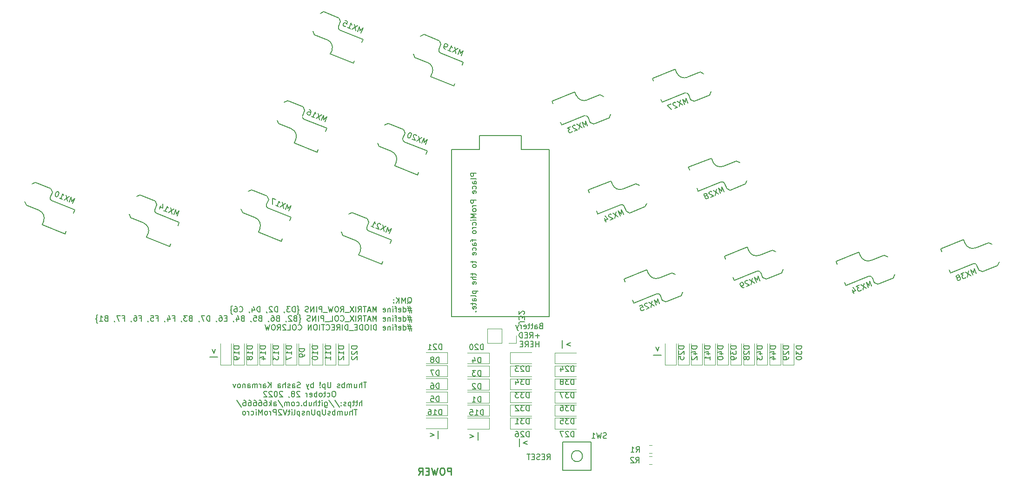
<source format=gbr>
G04 #@! TF.GenerationSoftware,KiCad,Pcbnew,(5.1.4)-1*
G04 #@! TF.CreationDate,2022-12-17T19:56:19-05:00*
G04 #@! TF.ProjectId,ThumbsUp,5468756d-6273-4557-902e-6b696361645f,rev?*
G04 #@! TF.SameCoordinates,Original*
G04 #@! TF.FileFunction,Legend,Bot*
G04 #@! TF.FilePolarity,Positive*
%FSLAX46Y46*%
G04 Gerber Fmt 4.6, Leading zero omitted, Abs format (unit mm)*
G04 Created by KiCad (PCBNEW (5.1.4)-1) date 2022-12-17 19:56:19*
%MOMM*%
%LPD*%
G04 APERTURE LIST*
%ADD10C,0.150000*%
%ADD11C,0.120000*%
%ADD12C,0.254000*%
G04 APERTURE END LIST*
D10*
X154211428Y-203078571D02*
X154068571Y-203126190D01*
X154020952Y-203173809D01*
X153973333Y-203269047D01*
X153973333Y-203411904D01*
X154020952Y-203507142D01*
X154068571Y-203554761D01*
X154163809Y-203602380D01*
X154544761Y-203602380D01*
X154544761Y-202602380D01*
X154211428Y-202602380D01*
X154116190Y-202650000D01*
X154068571Y-202697619D01*
X154020952Y-202792857D01*
X154020952Y-202888095D01*
X154068571Y-202983333D01*
X154116190Y-203030952D01*
X154211428Y-203078571D01*
X154544761Y-203078571D01*
X153116190Y-203602380D02*
X153116190Y-203078571D01*
X153163809Y-202983333D01*
X153259047Y-202935714D01*
X153449523Y-202935714D01*
X153544761Y-202983333D01*
X153116190Y-203554761D02*
X153211428Y-203602380D01*
X153449523Y-203602380D01*
X153544761Y-203554761D01*
X153592380Y-203459523D01*
X153592380Y-203364285D01*
X153544761Y-203269047D01*
X153449523Y-203221428D01*
X153211428Y-203221428D01*
X153116190Y-203173809D01*
X152782857Y-202935714D02*
X152401904Y-202935714D01*
X152640000Y-202602380D02*
X152640000Y-203459523D01*
X152592380Y-203554761D01*
X152497142Y-203602380D01*
X152401904Y-203602380D01*
X152211428Y-202935714D02*
X151830476Y-202935714D01*
X152068571Y-202602380D02*
X152068571Y-203459523D01*
X152020952Y-203554761D01*
X151925714Y-203602380D01*
X151830476Y-203602380D01*
X151116190Y-203554761D02*
X151211428Y-203602380D01*
X151401904Y-203602380D01*
X151497142Y-203554761D01*
X151544761Y-203459523D01*
X151544761Y-203078571D01*
X151497142Y-202983333D01*
X151401904Y-202935714D01*
X151211428Y-202935714D01*
X151116190Y-202983333D01*
X151068571Y-203078571D01*
X151068571Y-203173809D01*
X151544761Y-203269047D01*
X150640000Y-203602380D02*
X150640000Y-202935714D01*
X150640000Y-203126190D02*
X150592380Y-203030952D01*
X150544761Y-202983333D01*
X150449523Y-202935714D01*
X150354285Y-202935714D01*
X150116190Y-202935714D02*
X149878095Y-203602380D01*
X149640000Y-202935714D02*
X149878095Y-203602380D01*
X149973333Y-203840476D01*
X150020952Y-203888095D01*
X150116190Y-203935714D01*
X153973333Y-204871428D02*
X153211428Y-204871428D01*
X153592380Y-205252380D02*
X153592380Y-204490476D01*
X152163809Y-205252380D02*
X152497142Y-204776190D01*
X152735238Y-205252380D02*
X152735238Y-204252380D01*
X152354285Y-204252380D01*
X152259047Y-204300000D01*
X152211428Y-204347619D01*
X152163809Y-204442857D01*
X152163809Y-204585714D01*
X152211428Y-204680952D01*
X152259047Y-204728571D01*
X152354285Y-204776190D01*
X152735238Y-204776190D01*
X151735238Y-204728571D02*
X151401904Y-204728571D01*
X151259047Y-205252380D02*
X151735238Y-205252380D01*
X151735238Y-204252380D01*
X151259047Y-204252380D01*
X150830476Y-205252380D02*
X150830476Y-204252380D01*
X150592380Y-204252380D01*
X150449523Y-204300000D01*
X150354285Y-204395238D01*
X150306666Y-204490476D01*
X150259047Y-204680952D01*
X150259047Y-204823809D01*
X150306666Y-205014285D01*
X150354285Y-205109523D01*
X150449523Y-205204761D01*
X150592380Y-205252380D01*
X150830476Y-205252380D01*
X153830476Y-206902380D02*
X153830476Y-205902380D01*
X153830476Y-206378571D02*
X153259047Y-206378571D01*
X153259047Y-206902380D02*
X153259047Y-205902380D01*
X152782857Y-206378571D02*
X152449523Y-206378571D01*
X152306666Y-206902380D02*
X152782857Y-206902380D01*
X152782857Y-205902380D01*
X152306666Y-205902380D01*
X151306666Y-206902380D02*
X151640000Y-206426190D01*
X151878095Y-206902380D02*
X151878095Y-205902380D01*
X151497142Y-205902380D01*
X151401904Y-205950000D01*
X151354285Y-205997619D01*
X151306666Y-206092857D01*
X151306666Y-206235714D01*
X151354285Y-206330952D01*
X151401904Y-206378571D01*
X151497142Y-206426190D01*
X151878095Y-206426190D01*
X150878095Y-206378571D02*
X150544761Y-206378571D01*
X150401904Y-206902380D02*
X150878095Y-206902380D01*
X150878095Y-205902380D01*
X150401904Y-205902380D01*
X155302380Y-227452380D02*
X155635714Y-226976190D01*
X155873809Y-227452380D02*
X155873809Y-226452380D01*
X155492857Y-226452380D01*
X155397619Y-226500000D01*
X155350000Y-226547619D01*
X155302380Y-226642857D01*
X155302380Y-226785714D01*
X155350000Y-226880952D01*
X155397619Y-226928571D01*
X155492857Y-226976190D01*
X155873809Y-226976190D01*
X154873809Y-226928571D02*
X154540476Y-226928571D01*
X154397619Y-227452380D02*
X154873809Y-227452380D01*
X154873809Y-226452380D01*
X154397619Y-226452380D01*
X154016666Y-227404761D02*
X153873809Y-227452380D01*
X153635714Y-227452380D01*
X153540476Y-227404761D01*
X153492857Y-227357142D01*
X153445238Y-227261904D01*
X153445238Y-227166666D01*
X153492857Y-227071428D01*
X153540476Y-227023809D01*
X153635714Y-226976190D01*
X153826190Y-226928571D01*
X153921428Y-226880952D01*
X153969047Y-226833333D01*
X154016666Y-226738095D01*
X154016666Y-226642857D01*
X153969047Y-226547619D01*
X153921428Y-226500000D01*
X153826190Y-226452380D01*
X153588095Y-226452380D01*
X153445238Y-226500000D01*
X153016666Y-226928571D02*
X152683333Y-226928571D01*
X152540476Y-227452380D02*
X153016666Y-227452380D01*
X153016666Y-226452380D01*
X152540476Y-226452380D01*
X152254761Y-226452380D02*
X151683333Y-226452380D01*
X151969047Y-227452380D02*
X151969047Y-226452380D01*
X142732047Y-223924714D02*
X142732047Y-222496142D01*
X141255857Y-222924714D02*
X142017761Y-223210428D01*
X141255857Y-223496142D01*
X135493047Y-223670714D02*
X135493047Y-222242142D01*
X134016857Y-222670714D02*
X134778761Y-222956428D01*
X134016857Y-223242142D01*
X150310952Y-223674285D02*
X150310952Y-225102857D01*
X151787142Y-224674285D02*
X151025238Y-224388571D01*
X151787142Y-224102857D01*
X158130952Y-205716285D02*
X158130952Y-207144857D01*
X159607142Y-206716285D02*
X158845238Y-206430571D01*
X159607142Y-206144857D01*
X93956285Y-208772047D02*
X95384857Y-208772047D01*
X94956285Y-207295857D02*
X94670571Y-208057761D01*
X94384857Y-207295857D01*
X174728285Y-208391047D02*
X176156857Y-208391047D01*
X175728285Y-206914857D02*
X175442571Y-207676761D01*
X175156857Y-206914857D01*
X142438380Y-175213952D02*
X141438380Y-175213952D01*
X141438380Y-175594904D01*
X141486000Y-175690142D01*
X141533619Y-175737761D01*
X141628857Y-175785380D01*
X141771714Y-175785380D01*
X141866952Y-175737761D01*
X141914571Y-175690142D01*
X141962190Y-175594904D01*
X141962190Y-175213952D01*
X142438380Y-176356809D02*
X142390761Y-176261571D01*
X142295523Y-176213952D01*
X141438380Y-176213952D01*
X142438380Y-177166333D02*
X141914571Y-177166333D01*
X141819333Y-177118714D01*
X141771714Y-177023476D01*
X141771714Y-176833000D01*
X141819333Y-176737761D01*
X142390761Y-177166333D02*
X142438380Y-177071095D01*
X142438380Y-176833000D01*
X142390761Y-176737761D01*
X142295523Y-176690142D01*
X142200285Y-176690142D01*
X142105047Y-176737761D01*
X142057428Y-176833000D01*
X142057428Y-177071095D01*
X142009809Y-177166333D01*
X142390761Y-178071095D02*
X142438380Y-177975857D01*
X142438380Y-177785380D01*
X142390761Y-177690142D01*
X142343142Y-177642523D01*
X142247904Y-177594904D01*
X141962190Y-177594904D01*
X141866952Y-177642523D01*
X141819333Y-177690142D01*
X141771714Y-177785380D01*
X141771714Y-177975857D01*
X141819333Y-178071095D01*
X142390761Y-178880619D02*
X142438380Y-178785380D01*
X142438380Y-178594904D01*
X142390761Y-178499666D01*
X142295523Y-178452047D01*
X141914571Y-178452047D01*
X141819333Y-178499666D01*
X141771714Y-178594904D01*
X141771714Y-178785380D01*
X141819333Y-178880619D01*
X141914571Y-178928238D01*
X142009809Y-178928238D01*
X142105047Y-178452047D01*
X142438380Y-180118714D02*
X141438380Y-180118714D01*
X141438380Y-180499666D01*
X141486000Y-180594904D01*
X141533619Y-180642523D01*
X141628857Y-180690142D01*
X141771714Y-180690142D01*
X141866952Y-180642523D01*
X141914571Y-180594904D01*
X141962190Y-180499666D01*
X141962190Y-180118714D01*
X142438380Y-181118714D02*
X141771714Y-181118714D01*
X141962190Y-181118714D02*
X141866952Y-181166333D01*
X141819333Y-181213952D01*
X141771714Y-181309190D01*
X141771714Y-181404428D01*
X142438380Y-181880619D02*
X142390761Y-181785380D01*
X142343142Y-181737761D01*
X142247904Y-181690142D01*
X141962190Y-181690142D01*
X141866952Y-181737761D01*
X141819333Y-181785380D01*
X141771714Y-181880619D01*
X141771714Y-182023476D01*
X141819333Y-182118714D01*
X141866952Y-182166333D01*
X141962190Y-182213952D01*
X142247904Y-182213952D01*
X142343142Y-182166333D01*
X142390761Y-182118714D01*
X142438380Y-182023476D01*
X142438380Y-181880619D01*
X142438380Y-182642523D02*
X141438380Y-182642523D01*
X142152666Y-182975857D01*
X141438380Y-183309190D01*
X142438380Y-183309190D01*
X142438380Y-183785380D02*
X141771714Y-183785380D01*
X141438380Y-183785380D02*
X141486000Y-183737761D01*
X141533619Y-183785380D01*
X141486000Y-183833000D01*
X141438380Y-183785380D01*
X141533619Y-183785380D01*
X142390761Y-184690142D02*
X142438380Y-184594904D01*
X142438380Y-184404428D01*
X142390761Y-184309190D01*
X142343142Y-184261571D01*
X142247904Y-184213952D01*
X141962190Y-184213952D01*
X141866952Y-184261571D01*
X141819333Y-184309190D01*
X141771714Y-184404428D01*
X141771714Y-184594904D01*
X141819333Y-184690142D01*
X142438380Y-185118714D02*
X141771714Y-185118714D01*
X141962190Y-185118714D02*
X141866952Y-185166333D01*
X141819333Y-185213952D01*
X141771714Y-185309190D01*
X141771714Y-185404428D01*
X142438380Y-185880619D02*
X142390761Y-185785380D01*
X142343142Y-185737761D01*
X142247904Y-185690142D01*
X141962190Y-185690142D01*
X141866952Y-185737761D01*
X141819333Y-185785380D01*
X141771714Y-185880619D01*
X141771714Y-186023476D01*
X141819333Y-186118714D01*
X141866952Y-186166333D01*
X141962190Y-186213952D01*
X142247904Y-186213952D01*
X142343142Y-186166333D01*
X142390761Y-186118714D01*
X142438380Y-186023476D01*
X142438380Y-185880619D01*
X141771714Y-187261571D02*
X141771714Y-187642523D01*
X142438380Y-187404428D02*
X141581238Y-187404428D01*
X141486000Y-187452047D01*
X141438380Y-187547285D01*
X141438380Y-187642523D01*
X142438380Y-188404428D02*
X141914571Y-188404428D01*
X141819333Y-188356809D01*
X141771714Y-188261571D01*
X141771714Y-188071095D01*
X141819333Y-187975857D01*
X142390761Y-188404428D02*
X142438380Y-188309190D01*
X142438380Y-188071095D01*
X142390761Y-187975857D01*
X142295523Y-187928238D01*
X142200285Y-187928238D01*
X142105047Y-187975857D01*
X142057428Y-188071095D01*
X142057428Y-188309190D01*
X142009809Y-188404428D01*
X142390761Y-189309190D02*
X142438380Y-189213952D01*
X142438380Y-189023476D01*
X142390761Y-188928238D01*
X142343142Y-188880619D01*
X142247904Y-188833000D01*
X141962190Y-188833000D01*
X141866952Y-188880619D01*
X141819333Y-188928238D01*
X141771714Y-189023476D01*
X141771714Y-189213952D01*
X141819333Y-189309190D01*
X142390761Y-190118714D02*
X142438380Y-190023476D01*
X142438380Y-189833000D01*
X142390761Y-189737761D01*
X142295523Y-189690142D01*
X141914571Y-189690142D01*
X141819333Y-189737761D01*
X141771714Y-189833000D01*
X141771714Y-190023476D01*
X141819333Y-190118714D01*
X141914571Y-190166333D01*
X142009809Y-190166333D01*
X142105047Y-189690142D01*
X141771714Y-191213952D02*
X141771714Y-191594904D01*
X141438380Y-191356809D02*
X142295523Y-191356809D01*
X142390761Y-191404428D01*
X142438380Y-191499666D01*
X142438380Y-191594904D01*
X142438380Y-192071095D02*
X142390761Y-191975857D01*
X142343142Y-191928238D01*
X142247904Y-191880619D01*
X141962190Y-191880619D01*
X141866952Y-191928238D01*
X141819333Y-191975857D01*
X141771714Y-192071095D01*
X141771714Y-192213952D01*
X141819333Y-192309190D01*
X141866952Y-192356809D01*
X141962190Y-192404428D01*
X142247904Y-192404428D01*
X142343142Y-192356809D01*
X142390761Y-192309190D01*
X142438380Y-192213952D01*
X142438380Y-192071095D01*
X141771714Y-193452047D02*
X141771714Y-193833000D01*
X141438380Y-193594904D02*
X142295523Y-193594904D01*
X142390761Y-193642523D01*
X142438380Y-193737761D01*
X142438380Y-193833000D01*
X142438380Y-194166333D02*
X141438380Y-194166333D01*
X142438380Y-194594904D02*
X141914571Y-194594904D01*
X141819333Y-194547285D01*
X141771714Y-194452047D01*
X141771714Y-194309190D01*
X141819333Y-194213952D01*
X141866952Y-194166333D01*
X142390761Y-195452047D02*
X142438380Y-195356809D01*
X142438380Y-195166333D01*
X142390761Y-195071095D01*
X142295523Y-195023476D01*
X141914571Y-195023476D01*
X141819333Y-195071095D01*
X141771714Y-195166333D01*
X141771714Y-195356809D01*
X141819333Y-195452047D01*
X141914571Y-195499666D01*
X142009809Y-195499666D01*
X142105047Y-195023476D01*
X141771714Y-196690142D02*
X142771714Y-196690142D01*
X141819333Y-196690142D02*
X141771714Y-196785380D01*
X141771714Y-196975857D01*
X141819333Y-197071095D01*
X141866952Y-197118714D01*
X141962190Y-197166333D01*
X142247904Y-197166333D01*
X142343142Y-197118714D01*
X142390761Y-197071095D01*
X142438380Y-196975857D01*
X142438380Y-196785380D01*
X142390761Y-196690142D01*
X142438380Y-197737761D02*
X142390761Y-197642523D01*
X142295523Y-197594904D01*
X141438380Y-197594904D01*
X142438380Y-198547285D02*
X141914571Y-198547285D01*
X141819333Y-198499666D01*
X141771714Y-198404428D01*
X141771714Y-198213952D01*
X141819333Y-198118714D01*
X142390761Y-198547285D02*
X142438380Y-198452047D01*
X142438380Y-198213952D01*
X142390761Y-198118714D01*
X142295523Y-198071095D01*
X142200285Y-198071095D01*
X142105047Y-198118714D01*
X142057428Y-198213952D01*
X142057428Y-198452047D01*
X142009809Y-198547285D01*
X141771714Y-198880619D02*
X141771714Y-199261571D01*
X141438380Y-199023476D02*
X142295523Y-199023476D01*
X142390761Y-199071095D01*
X142438380Y-199166333D01*
X142438380Y-199261571D01*
X142390761Y-199975857D02*
X142438380Y-199880619D01*
X142438380Y-199690142D01*
X142390761Y-199594904D01*
X142295523Y-199547285D01*
X141914571Y-199547285D01*
X141819333Y-199594904D01*
X141771714Y-199690142D01*
X141771714Y-199880619D01*
X141819333Y-199975857D01*
X141914571Y-200023476D01*
X142009809Y-200023476D01*
X142105047Y-199547285D01*
X142343142Y-200452047D02*
X142390761Y-200499666D01*
X142438380Y-200452047D01*
X142390761Y-200404428D01*
X142343142Y-200452047D01*
X142438380Y-200452047D01*
X129934738Y-198986619D02*
X130029976Y-198939000D01*
X130125214Y-198843761D01*
X130268071Y-198700904D01*
X130363309Y-198653285D01*
X130458547Y-198653285D01*
X130410928Y-198891380D02*
X130506166Y-198843761D01*
X130601404Y-198748523D01*
X130649023Y-198558047D01*
X130649023Y-198224714D01*
X130601404Y-198034238D01*
X130506166Y-197939000D01*
X130410928Y-197891380D01*
X130220452Y-197891380D01*
X130125214Y-197939000D01*
X130029976Y-198034238D01*
X129982357Y-198224714D01*
X129982357Y-198558047D01*
X130029976Y-198748523D01*
X130125214Y-198843761D01*
X130220452Y-198891380D01*
X130410928Y-198891380D01*
X129553785Y-198891380D02*
X129553785Y-197891380D01*
X129220452Y-198605666D01*
X128887119Y-197891380D01*
X128887119Y-198891380D01*
X128410928Y-198891380D02*
X128410928Y-197891380D01*
X127839500Y-198891380D02*
X128268071Y-198319952D01*
X127839500Y-197891380D02*
X128410928Y-198462809D01*
X127410928Y-198796142D02*
X127363309Y-198843761D01*
X127410928Y-198891380D01*
X127458547Y-198843761D01*
X127410928Y-198796142D01*
X127410928Y-198891380D01*
X127410928Y-198272333D02*
X127363309Y-198319952D01*
X127410928Y-198367571D01*
X127458547Y-198319952D01*
X127410928Y-198272333D01*
X127410928Y-198367571D01*
X130649023Y-199874714D02*
X129934738Y-199874714D01*
X130363309Y-199446142D02*
X130649023Y-200731857D01*
X130029976Y-200303285D02*
X130744261Y-200303285D01*
X130315690Y-200731857D02*
X130029976Y-199446142D01*
X129172833Y-200541380D02*
X129172833Y-199541380D01*
X129172833Y-200493761D02*
X129268071Y-200541380D01*
X129458547Y-200541380D01*
X129553785Y-200493761D01*
X129601404Y-200446142D01*
X129649023Y-200350904D01*
X129649023Y-200065190D01*
X129601404Y-199969952D01*
X129553785Y-199922333D01*
X129458547Y-199874714D01*
X129268071Y-199874714D01*
X129172833Y-199922333D01*
X128315690Y-200493761D02*
X128410928Y-200541380D01*
X128601404Y-200541380D01*
X128696642Y-200493761D01*
X128744261Y-200398523D01*
X128744261Y-200017571D01*
X128696642Y-199922333D01*
X128601404Y-199874714D01*
X128410928Y-199874714D01*
X128315690Y-199922333D01*
X128268071Y-200017571D01*
X128268071Y-200112809D01*
X128744261Y-200208047D01*
X127982357Y-199874714D02*
X127601404Y-199874714D01*
X127839500Y-200541380D02*
X127839500Y-199684238D01*
X127791880Y-199589000D01*
X127696642Y-199541380D01*
X127601404Y-199541380D01*
X127268071Y-200541380D02*
X127268071Y-199874714D01*
X127268071Y-199541380D02*
X127315690Y-199589000D01*
X127268071Y-199636619D01*
X127220452Y-199589000D01*
X127268071Y-199541380D01*
X127268071Y-199636619D01*
X126791880Y-199874714D02*
X126791880Y-200541380D01*
X126791880Y-199969952D02*
X126744261Y-199922333D01*
X126649023Y-199874714D01*
X126506166Y-199874714D01*
X126410928Y-199922333D01*
X126363309Y-200017571D01*
X126363309Y-200541380D01*
X125506166Y-200493761D02*
X125601404Y-200541380D01*
X125791880Y-200541380D01*
X125887119Y-200493761D01*
X125934738Y-200398523D01*
X125934738Y-200017571D01*
X125887119Y-199922333D01*
X125791880Y-199874714D01*
X125601404Y-199874714D01*
X125506166Y-199922333D01*
X125458547Y-200017571D01*
X125458547Y-200112809D01*
X125934738Y-200208047D01*
X124268071Y-200541380D02*
X124268071Y-199541380D01*
X123934738Y-200255666D01*
X123601404Y-199541380D01*
X123601404Y-200541380D01*
X123172833Y-200255666D02*
X122696642Y-200255666D01*
X123268071Y-200541380D02*
X122934738Y-199541380D01*
X122601404Y-200541380D01*
X122410928Y-199541380D02*
X121839500Y-199541380D01*
X122125214Y-200541380D02*
X122125214Y-199541380D01*
X120934738Y-200541380D02*
X121268071Y-200065190D01*
X121506166Y-200541380D02*
X121506166Y-199541380D01*
X121125214Y-199541380D01*
X121029976Y-199589000D01*
X120982357Y-199636619D01*
X120934738Y-199731857D01*
X120934738Y-199874714D01*
X120982357Y-199969952D01*
X121029976Y-200017571D01*
X121125214Y-200065190D01*
X121506166Y-200065190D01*
X120506166Y-200541380D02*
X120506166Y-199541380D01*
X120125214Y-199541380D02*
X119458547Y-200541380D01*
X119458547Y-199541380D02*
X120125214Y-200541380D01*
X119315690Y-200636619D02*
X118553785Y-200636619D01*
X117744261Y-200541380D02*
X118077595Y-200065190D01*
X118315690Y-200541380D02*
X118315690Y-199541380D01*
X117934738Y-199541380D01*
X117839500Y-199589000D01*
X117791880Y-199636619D01*
X117744261Y-199731857D01*
X117744261Y-199874714D01*
X117791880Y-199969952D01*
X117839500Y-200017571D01*
X117934738Y-200065190D01*
X118315690Y-200065190D01*
X117125214Y-199541380D02*
X116934738Y-199541380D01*
X116839500Y-199589000D01*
X116744261Y-199684238D01*
X116696642Y-199874714D01*
X116696642Y-200208047D01*
X116744261Y-200398523D01*
X116839500Y-200493761D01*
X116934738Y-200541380D01*
X117125214Y-200541380D01*
X117220452Y-200493761D01*
X117315690Y-200398523D01*
X117363309Y-200208047D01*
X117363309Y-199874714D01*
X117315690Y-199684238D01*
X117220452Y-199589000D01*
X117125214Y-199541380D01*
X116363309Y-199541380D02*
X116125214Y-200541380D01*
X115934738Y-199827095D01*
X115744261Y-200541380D01*
X115506166Y-199541380D01*
X115363309Y-200636619D02*
X114601404Y-200636619D01*
X114363309Y-200541380D02*
X114363309Y-199541380D01*
X113982357Y-199541380D01*
X113887119Y-199589000D01*
X113839500Y-199636619D01*
X113791880Y-199731857D01*
X113791880Y-199874714D01*
X113839500Y-199969952D01*
X113887119Y-200017571D01*
X113982357Y-200065190D01*
X114363309Y-200065190D01*
X113363309Y-200541380D02*
X113363309Y-199541380D01*
X112887119Y-200541380D02*
X112887119Y-199541380D01*
X112315690Y-200541380D01*
X112315690Y-199541380D01*
X111887119Y-200493761D02*
X111744261Y-200541380D01*
X111506166Y-200541380D01*
X111410928Y-200493761D01*
X111363309Y-200446142D01*
X111315690Y-200350904D01*
X111315690Y-200255666D01*
X111363309Y-200160428D01*
X111410928Y-200112809D01*
X111506166Y-200065190D01*
X111696642Y-200017571D01*
X111791880Y-199969952D01*
X111839500Y-199922333D01*
X111887119Y-199827095D01*
X111887119Y-199731857D01*
X111839500Y-199636619D01*
X111791880Y-199589000D01*
X111696642Y-199541380D01*
X111458547Y-199541380D01*
X111315690Y-199589000D01*
X109839500Y-200922333D02*
X109887119Y-200922333D01*
X109982357Y-200874714D01*
X110029976Y-200779476D01*
X110029976Y-200303285D01*
X110077595Y-200208047D01*
X110172833Y-200160428D01*
X110077595Y-200112809D01*
X110029976Y-200017571D01*
X110029976Y-199541380D01*
X109982357Y-199446142D01*
X109887119Y-199398523D01*
X109839500Y-199398523D01*
X109458547Y-200541380D02*
X109458547Y-199541380D01*
X109220452Y-199541380D01*
X109077595Y-199589000D01*
X108982357Y-199684238D01*
X108934738Y-199779476D01*
X108887119Y-199969952D01*
X108887119Y-200112809D01*
X108934738Y-200303285D01*
X108982357Y-200398523D01*
X109077595Y-200493761D01*
X109220452Y-200541380D01*
X109458547Y-200541380D01*
X108553785Y-199541380D02*
X107934738Y-199541380D01*
X108268071Y-199922333D01*
X108125214Y-199922333D01*
X108029976Y-199969952D01*
X107982357Y-200017571D01*
X107934738Y-200112809D01*
X107934738Y-200350904D01*
X107982357Y-200446142D01*
X108029976Y-200493761D01*
X108125214Y-200541380D01*
X108410928Y-200541380D01*
X108506166Y-200493761D01*
X108553785Y-200446142D01*
X107458547Y-200493761D02*
X107458547Y-200541380D01*
X107506166Y-200636619D01*
X107553785Y-200684238D01*
X106268071Y-200541380D02*
X106268071Y-199541380D01*
X106029976Y-199541380D01*
X105887119Y-199589000D01*
X105791880Y-199684238D01*
X105744261Y-199779476D01*
X105696642Y-199969952D01*
X105696642Y-200112809D01*
X105744261Y-200303285D01*
X105791880Y-200398523D01*
X105887119Y-200493761D01*
X106029976Y-200541380D01*
X106268071Y-200541380D01*
X105315690Y-199636619D02*
X105268071Y-199589000D01*
X105172833Y-199541380D01*
X104934738Y-199541380D01*
X104839500Y-199589000D01*
X104791880Y-199636619D01*
X104744261Y-199731857D01*
X104744261Y-199827095D01*
X104791880Y-199969952D01*
X105363309Y-200541380D01*
X104744261Y-200541380D01*
X104268071Y-200493761D02*
X104268071Y-200541380D01*
X104315690Y-200636619D01*
X104363309Y-200684238D01*
X103077595Y-200541380D02*
X103077595Y-199541380D01*
X102839500Y-199541380D01*
X102696642Y-199589000D01*
X102601404Y-199684238D01*
X102553785Y-199779476D01*
X102506166Y-199969952D01*
X102506166Y-200112809D01*
X102553785Y-200303285D01*
X102601404Y-200398523D01*
X102696642Y-200493761D01*
X102839500Y-200541380D01*
X103077595Y-200541380D01*
X101649023Y-199874714D02*
X101649023Y-200541380D01*
X101887119Y-199493761D02*
X102125214Y-200208047D01*
X101506166Y-200208047D01*
X101077595Y-200493761D02*
X101077595Y-200541380D01*
X101125214Y-200636619D01*
X101172833Y-200684238D01*
X99315690Y-200446142D02*
X99363309Y-200493761D01*
X99506166Y-200541380D01*
X99601404Y-200541380D01*
X99744261Y-200493761D01*
X99839500Y-200398523D01*
X99887119Y-200303285D01*
X99934738Y-200112809D01*
X99934738Y-199969952D01*
X99887119Y-199779476D01*
X99839500Y-199684238D01*
X99744261Y-199589000D01*
X99601404Y-199541380D01*
X99506166Y-199541380D01*
X99363309Y-199589000D01*
X99315690Y-199636619D01*
X98458547Y-199541380D02*
X98649023Y-199541380D01*
X98744261Y-199589000D01*
X98791880Y-199636619D01*
X98887119Y-199779476D01*
X98934738Y-199969952D01*
X98934738Y-200350904D01*
X98887119Y-200446142D01*
X98839500Y-200493761D01*
X98744261Y-200541380D01*
X98553785Y-200541380D01*
X98458547Y-200493761D01*
X98410928Y-200446142D01*
X98363309Y-200350904D01*
X98363309Y-200112809D01*
X98410928Y-200017571D01*
X98458547Y-199969952D01*
X98553785Y-199922333D01*
X98744261Y-199922333D01*
X98839500Y-199969952D01*
X98887119Y-200017571D01*
X98934738Y-200112809D01*
X98029976Y-200922333D02*
X97982357Y-200922333D01*
X97887119Y-200874714D01*
X97839500Y-200779476D01*
X97839500Y-200303285D01*
X97791880Y-200208047D01*
X97696642Y-200160428D01*
X97791880Y-200112809D01*
X97839500Y-200017571D01*
X97839500Y-199541380D01*
X97887119Y-199446142D01*
X97982357Y-199398523D01*
X98029976Y-199398523D01*
X130649023Y-201524714D02*
X129934738Y-201524714D01*
X130363309Y-201096142D02*
X130649023Y-202381857D01*
X130029976Y-201953285D02*
X130744261Y-201953285D01*
X130315690Y-202381857D02*
X130029976Y-201096142D01*
X129172833Y-202191380D02*
X129172833Y-201191380D01*
X129172833Y-202143761D02*
X129268071Y-202191380D01*
X129458547Y-202191380D01*
X129553785Y-202143761D01*
X129601404Y-202096142D01*
X129649023Y-202000904D01*
X129649023Y-201715190D01*
X129601404Y-201619952D01*
X129553785Y-201572333D01*
X129458547Y-201524714D01*
X129268071Y-201524714D01*
X129172833Y-201572333D01*
X128315690Y-202143761D02*
X128410928Y-202191380D01*
X128601404Y-202191380D01*
X128696642Y-202143761D01*
X128744261Y-202048523D01*
X128744261Y-201667571D01*
X128696642Y-201572333D01*
X128601404Y-201524714D01*
X128410928Y-201524714D01*
X128315690Y-201572333D01*
X128268071Y-201667571D01*
X128268071Y-201762809D01*
X128744261Y-201858047D01*
X127982357Y-201524714D02*
X127601404Y-201524714D01*
X127839500Y-202191380D02*
X127839500Y-201334238D01*
X127791880Y-201239000D01*
X127696642Y-201191380D01*
X127601404Y-201191380D01*
X127268071Y-202191380D02*
X127268071Y-201524714D01*
X127268071Y-201191380D02*
X127315690Y-201239000D01*
X127268071Y-201286619D01*
X127220452Y-201239000D01*
X127268071Y-201191380D01*
X127268071Y-201286619D01*
X126791880Y-201524714D02*
X126791880Y-202191380D01*
X126791880Y-201619952D02*
X126744261Y-201572333D01*
X126649023Y-201524714D01*
X126506166Y-201524714D01*
X126410928Y-201572333D01*
X126363309Y-201667571D01*
X126363309Y-202191380D01*
X125506166Y-202143761D02*
X125601404Y-202191380D01*
X125791880Y-202191380D01*
X125887119Y-202143761D01*
X125934738Y-202048523D01*
X125934738Y-201667571D01*
X125887119Y-201572333D01*
X125791880Y-201524714D01*
X125601404Y-201524714D01*
X125506166Y-201572333D01*
X125458547Y-201667571D01*
X125458547Y-201762809D01*
X125934738Y-201858047D01*
X124268071Y-202191380D02*
X124268071Y-201191380D01*
X123934738Y-201905666D01*
X123601404Y-201191380D01*
X123601404Y-202191380D01*
X123172833Y-201905666D02*
X122696642Y-201905666D01*
X123268071Y-202191380D02*
X122934738Y-201191380D01*
X122601404Y-202191380D01*
X122410928Y-201191380D02*
X121839500Y-201191380D01*
X122125214Y-202191380D02*
X122125214Y-201191380D01*
X120934738Y-202191380D02*
X121268071Y-201715190D01*
X121506166Y-202191380D02*
X121506166Y-201191380D01*
X121125214Y-201191380D01*
X121029976Y-201239000D01*
X120982357Y-201286619D01*
X120934738Y-201381857D01*
X120934738Y-201524714D01*
X120982357Y-201619952D01*
X121029976Y-201667571D01*
X121125214Y-201715190D01*
X121506166Y-201715190D01*
X120506166Y-202191380D02*
X120506166Y-201191380D01*
X120125214Y-201191380D02*
X119458547Y-202191380D01*
X119458547Y-201191380D02*
X120125214Y-202191380D01*
X119315690Y-202286619D02*
X118553785Y-202286619D01*
X117744261Y-202096142D02*
X117791880Y-202143761D01*
X117934738Y-202191380D01*
X118029976Y-202191380D01*
X118172833Y-202143761D01*
X118268071Y-202048523D01*
X118315690Y-201953285D01*
X118363309Y-201762809D01*
X118363309Y-201619952D01*
X118315690Y-201429476D01*
X118268071Y-201334238D01*
X118172833Y-201239000D01*
X118029976Y-201191380D01*
X117934738Y-201191380D01*
X117791880Y-201239000D01*
X117744261Y-201286619D01*
X117125214Y-201191380D02*
X116934738Y-201191380D01*
X116839500Y-201239000D01*
X116744261Y-201334238D01*
X116696642Y-201524714D01*
X116696642Y-201858047D01*
X116744261Y-202048523D01*
X116839500Y-202143761D01*
X116934738Y-202191380D01*
X117125214Y-202191380D01*
X117220452Y-202143761D01*
X117315690Y-202048523D01*
X117363309Y-201858047D01*
X117363309Y-201524714D01*
X117315690Y-201334238D01*
X117220452Y-201239000D01*
X117125214Y-201191380D01*
X115791880Y-202191380D02*
X116268071Y-202191380D01*
X116268071Y-201191380D01*
X115696642Y-202286619D02*
X114934738Y-202286619D01*
X114696642Y-202191380D02*
X114696642Y-201191380D01*
X114315690Y-201191380D01*
X114220452Y-201239000D01*
X114172833Y-201286619D01*
X114125214Y-201381857D01*
X114125214Y-201524714D01*
X114172833Y-201619952D01*
X114220452Y-201667571D01*
X114315690Y-201715190D01*
X114696642Y-201715190D01*
X113696642Y-202191380D02*
X113696642Y-201191380D01*
X113220452Y-202191380D02*
X113220452Y-201191380D01*
X112649023Y-202191380D01*
X112649023Y-201191380D01*
X112220452Y-202143761D02*
X112077595Y-202191380D01*
X111839500Y-202191380D01*
X111744261Y-202143761D01*
X111696642Y-202096142D01*
X111649023Y-202000904D01*
X111649023Y-201905666D01*
X111696642Y-201810428D01*
X111744261Y-201762809D01*
X111839500Y-201715190D01*
X112029976Y-201667571D01*
X112125214Y-201619952D01*
X112172833Y-201572333D01*
X112220452Y-201477095D01*
X112220452Y-201381857D01*
X112172833Y-201286619D01*
X112125214Y-201239000D01*
X112029976Y-201191380D01*
X111791880Y-201191380D01*
X111649023Y-201239000D01*
X110172833Y-202572333D02*
X110220452Y-202572333D01*
X110315690Y-202524714D01*
X110363309Y-202429476D01*
X110363309Y-201953285D01*
X110410928Y-201858047D01*
X110506166Y-201810428D01*
X110410928Y-201762809D01*
X110363309Y-201667571D01*
X110363309Y-201191380D01*
X110315690Y-201096142D01*
X110220452Y-201048523D01*
X110172833Y-201048523D01*
X109458547Y-201667571D02*
X109315690Y-201715190D01*
X109268071Y-201762809D01*
X109220452Y-201858047D01*
X109220452Y-202000904D01*
X109268071Y-202096142D01*
X109315690Y-202143761D01*
X109410928Y-202191380D01*
X109791880Y-202191380D01*
X109791880Y-201191380D01*
X109458547Y-201191380D01*
X109363309Y-201239000D01*
X109315690Y-201286619D01*
X109268071Y-201381857D01*
X109268071Y-201477095D01*
X109315690Y-201572333D01*
X109363309Y-201619952D01*
X109458547Y-201667571D01*
X109791880Y-201667571D01*
X108839500Y-201286619D02*
X108791880Y-201239000D01*
X108696642Y-201191380D01*
X108458547Y-201191380D01*
X108363309Y-201239000D01*
X108315690Y-201286619D01*
X108268071Y-201381857D01*
X108268071Y-201477095D01*
X108315690Y-201619952D01*
X108887119Y-202191380D01*
X108268071Y-202191380D01*
X107791880Y-202143761D02*
X107791880Y-202191380D01*
X107839500Y-202286619D01*
X107887119Y-202334238D01*
X106268071Y-201667571D02*
X106125214Y-201715190D01*
X106077595Y-201762809D01*
X106029976Y-201858047D01*
X106029976Y-202000904D01*
X106077595Y-202096142D01*
X106125214Y-202143761D01*
X106220452Y-202191380D01*
X106601404Y-202191380D01*
X106601404Y-201191380D01*
X106268071Y-201191380D01*
X106172833Y-201239000D01*
X106125214Y-201286619D01*
X106077595Y-201381857D01*
X106077595Y-201477095D01*
X106125214Y-201572333D01*
X106172833Y-201619952D01*
X106268071Y-201667571D01*
X106601404Y-201667571D01*
X105172833Y-201191380D02*
X105363309Y-201191380D01*
X105458547Y-201239000D01*
X105506166Y-201286619D01*
X105601404Y-201429476D01*
X105649023Y-201619952D01*
X105649023Y-202000904D01*
X105601404Y-202096142D01*
X105553785Y-202143761D01*
X105458547Y-202191380D01*
X105268071Y-202191380D01*
X105172833Y-202143761D01*
X105125214Y-202096142D01*
X105077595Y-202000904D01*
X105077595Y-201762809D01*
X105125214Y-201667571D01*
X105172833Y-201619952D01*
X105268071Y-201572333D01*
X105458547Y-201572333D01*
X105553785Y-201619952D01*
X105601404Y-201667571D01*
X105649023Y-201762809D01*
X104601404Y-202143761D02*
X104601404Y-202191380D01*
X104649023Y-202286619D01*
X104696642Y-202334238D01*
X103077595Y-201667571D02*
X102934738Y-201715190D01*
X102887119Y-201762809D01*
X102839500Y-201858047D01*
X102839500Y-202000904D01*
X102887119Y-202096142D01*
X102934738Y-202143761D01*
X103029976Y-202191380D01*
X103410928Y-202191380D01*
X103410928Y-201191380D01*
X103077595Y-201191380D01*
X102982357Y-201239000D01*
X102934738Y-201286619D01*
X102887119Y-201381857D01*
X102887119Y-201477095D01*
X102934738Y-201572333D01*
X102982357Y-201619952D01*
X103077595Y-201667571D01*
X103410928Y-201667571D01*
X101934738Y-201191380D02*
X102410928Y-201191380D01*
X102458547Y-201667571D01*
X102410928Y-201619952D01*
X102315690Y-201572333D01*
X102077595Y-201572333D01*
X101982357Y-201619952D01*
X101934738Y-201667571D01*
X101887119Y-201762809D01*
X101887119Y-202000904D01*
X101934738Y-202096142D01*
X101982357Y-202143761D01*
X102077595Y-202191380D01*
X102315690Y-202191380D01*
X102410928Y-202143761D01*
X102458547Y-202096142D01*
X101410928Y-202143761D02*
X101410928Y-202191380D01*
X101458547Y-202286619D01*
X101506166Y-202334238D01*
X99887119Y-201667571D02*
X99744261Y-201715190D01*
X99696642Y-201762809D01*
X99649023Y-201858047D01*
X99649023Y-202000904D01*
X99696642Y-202096142D01*
X99744261Y-202143761D01*
X99839500Y-202191380D01*
X100220452Y-202191380D01*
X100220452Y-201191380D01*
X99887119Y-201191380D01*
X99791880Y-201239000D01*
X99744261Y-201286619D01*
X99696642Y-201381857D01*
X99696642Y-201477095D01*
X99744261Y-201572333D01*
X99791880Y-201619952D01*
X99887119Y-201667571D01*
X100220452Y-201667571D01*
X98791880Y-201524714D02*
X98791880Y-202191380D01*
X99029976Y-201143761D02*
X99268071Y-201858047D01*
X98649023Y-201858047D01*
X98220452Y-202143761D02*
X98220452Y-202191380D01*
X98268071Y-202286619D01*
X98315690Y-202334238D01*
X97029976Y-201667571D02*
X96696642Y-201667571D01*
X96553785Y-202191380D02*
X97029976Y-202191380D01*
X97029976Y-201191380D01*
X96553785Y-201191380D01*
X95696642Y-201191380D02*
X95887119Y-201191380D01*
X95982357Y-201239000D01*
X96029976Y-201286619D01*
X96125214Y-201429476D01*
X96172833Y-201619952D01*
X96172833Y-202000904D01*
X96125214Y-202096142D01*
X96077595Y-202143761D01*
X95982357Y-202191380D01*
X95791880Y-202191380D01*
X95696642Y-202143761D01*
X95649023Y-202096142D01*
X95601404Y-202000904D01*
X95601404Y-201762809D01*
X95649023Y-201667571D01*
X95696642Y-201619952D01*
X95791880Y-201572333D01*
X95982357Y-201572333D01*
X96077595Y-201619952D01*
X96125214Y-201667571D01*
X96172833Y-201762809D01*
X95125214Y-202143761D02*
X95125214Y-202191380D01*
X95172833Y-202286619D01*
X95220452Y-202334238D01*
X93934738Y-202191380D02*
X93934738Y-201191380D01*
X93696642Y-201191380D01*
X93553785Y-201239000D01*
X93458547Y-201334238D01*
X93410928Y-201429476D01*
X93363309Y-201619952D01*
X93363309Y-201762809D01*
X93410928Y-201953285D01*
X93458547Y-202048523D01*
X93553785Y-202143761D01*
X93696642Y-202191380D01*
X93934738Y-202191380D01*
X93029976Y-201191380D02*
X92363309Y-201191380D01*
X92791880Y-202191380D01*
X91934738Y-202143761D02*
X91934738Y-202191380D01*
X91982357Y-202286619D01*
X92029976Y-202334238D01*
X90410928Y-201667571D02*
X90268071Y-201715190D01*
X90220452Y-201762809D01*
X90172833Y-201858047D01*
X90172833Y-202000904D01*
X90220452Y-202096142D01*
X90268071Y-202143761D01*
X90363309Y-202191380D01*
X90744261Y-202191380D01*
X90744261Y-201191380D01*
X90410928Y-201191380D01*
X90315690Y-201239000D01*
X90268071Y-201286619D01*
X90220452Y-201381857D01*
X90220452Y-201477095D01*
X90268071Y-201572333D01*
X90315690Y-201619952D01*
X90410928Y-201667571D01*
X90744261Y-201667571D01*
X89839500Y-201191380D02*
X89220452Y-201191380D01*
X89553785Y-201572333D01*
X89410928Y-201572333D01*
X89315690Y-201619952D01*
X89268071Y-201667571D01*
X89220452Y-201762809D01*
X89220452Y-202000904D01*
X89268071Y-202096142D01*
X89315690Y-202143761D01*
X89410928Y-202191380D01*
X89696642Y-202191380D01*
X89791880Y-202143761D01*
X89839500Y-202096142D01*
X88744261Y-202143761D02*
X88744261Y-202191380D01*
X88791880Y-202286619D01*
X88839500Y-202334238D01*
X87220452Y-201667571D02*
X87553785Y-201667571D01*
X87553785Y-202191380D02*
X87553785Y-201191380D01*
X87077595Y-201191380D01*
X86268071Y-201524714D02*
X86268071Y-202191380D01*
X86506166Y-201143761D02*
X86744261Y-201858047D01*
X86125214Y-201858047D01*
X85696642Y-202143761D02*
X85696642Y-202191380D01*
X85744261Y-202286619D01*
X85791880Y-202334238D01*
X84172833Y-201667571D02*
X84506166Y-201667571D01*
X84506166Y-202191380D02*
X84506166Y-201191380D01*
X84029976Y-201191380D01*
X83172833Y-201191380D02*
X83649023Y-201191380D01*
X83696642Y-201667571D01*
X83649023Y-201619952D01*
X83553785Y-201572333D01*
X83315690Y-201572333D01*
X83220452Y-201619952D01*
X83172833Y-201667571D01*
X83125214Y-201762809D01*
X83125214Y-202000904D01*
X83172833Y-202096142D01*
X83220452Y-202143761D01*
X83315690Y-202191380D01*
X83553785Y-202191380D01*
X83649023Y-202143761D01*
X83696642Y-202096142D01*
X82649023Y-202143761D02*
X82649023Y-202191380D01*
X82696642Y-202286619D01*
X82744261Y-202334238D01*
X81125214Y-201667571D02*
X81458547Y-201667571D01*
X81458547Y-202191380D02*
X81458547Y-201191380D01*
X80982357Y-201191380D01*
X80172833Y-201191380D02*
X80363309Y-201191380D01*
X80458547Y-201239000D01*
X80506166Y-201286619D01*
X80601404Y-201429476D01*
X80649023Y-201619952D01*
X80649023Y-202000904D01*
X80601404Y-202096142D01*
X80553785Y-202143761D01*
X80458547Y-202191380D01*
X80268071Y-202191380D01*
X80172833Y-202143761D01*
X80125214Y-202096142D01*
X80077595Y-202000904D01*
X80077595Y-201762809D01*
X80125214Y-201667571D01*
X80172833Y-201619952D01*
X80268071Y-201572333D01*
X80458547Y-201572333D01*
X80553785Y-201619952D01*
X80601404Y-201667571D01*
X80649023Y-201762809D01*
X79601404Y-202143761D02*
X79601404Y-202191380D01*
X79649023Y-202286619D01*
X79696642Y-202334238D01*
X78077595Y-201667571D02*
X78410928Y-201667571D01*
X78410928Y-202191380D02*
X78410928Y-201191380D01*
X77934738Y-201191380D01*
X77649023Y-201191380D02*
X76982357Y-201191380D01*
X77410928Y-202191380D01*
X76553785Y-202143761D02*
X76553785Y-202191380D01*
X76601404Y-202286619D01*
X76649023Y-202334238D01*
X75029976Y-201667571D02*
X74887119Y-201715190D01*
X74839500Y-201762809D01*
X74791880Y-201858047D01*
X74791880Y-202000904D01*
X74839500Y-202096142D01*
X74887119Y-202143761D01*
X74982357Y-202191380D01*
X75363309Y-202191380D01*
X75363309Y-201191380D01*
X75029976Y-201191380D01*
X74934738Y-201239000D01*
X74887119Y-201286619D01*
X74839500Y-201381857D01*
X74839500Y-201477095D01*
X74887119Y-201572333D01*
X74934738Y-201619952D01*
X75029976Y-201667571D01*
X75363309Y-201667571D01*
X73839500Y-202191380D02*
X74410928Y-202191380D01*
X74125214Y-202191380D02*
X74125214Y-201191380D01*
X74220452Y-201334238D01*
X74315690Y-201429476D01*
X74410928Y-201477095D01*
X73506166Y-202572333D02*
X73458547Y-202572333D01*
X73363309Y-202524714D01*
X73315690Y-202429476D01*
X73315690Y-201953285D01*
X73268071Y-201858047D01*
X73172833Y-201810428D01*
X73268071Y-201762809D01*
X73315690Y-201667571D01*
X73315690Y-201191380D01*
X73363309Y-201096142D01*
X73458547Y-201048523D01*
X73506166Y-201048523D01*
X130649023Y-203174714D02*
X129934738Y-203174714D01*
X130363309Y-202746142D02*
X130649023Y-204031857D01*
X130029976Y-203603285D02*
X130744261Y-203603285D01*
X130315690Y-204031857D02*
X130029976Y-202746142D01*
X129172833Y-203841380D02*
X129172833Y-202841380D01*
X129172833Y-203793761D02*
X129268071Y-203841380D01*
X129458547Y-203841380D01*
X129553785Y-203793761D01*
X129601404Y-203746142D01*
X129649023Y-203650904D01*
X129649023Y-203365190D01*
X129601404Y-203269952D01*
X129553785Y-203222333D01*
X129458547Y-203174714D01*
X129268071Y-203174714D01*
X129172833Y-203222333D01*
X128315690Y-203793761D02*
X128410928Y-203841380D01*
X128601404Y-203841380D01*
X128696642Y-203793761D01*
X128744261Y-203698523D01*
X128744261Y-203317571D01*
X128696642Y-203222333D01*
X128601404Y-203174714D01*
X128410928Y-203174714D01*
X128315690Y-203222333D01*
X128268071Y-203317571D01*
X128268071Y-203412809D01*
X128744261Y-203508047D01*
X127982357Y-203174714D02*
X127601404Y-203174714D01*
X127839500Y-203841380D02*
X127839500Y-202984238D01*
X127791880Y-202889000D01*
X127696642Y-202841380D01*
X127601404Y-202841380D01*
X127268071Y-203841380D02*
X127268071Y-203174714D01*
X127268071Y-202841380D02*
X127315690Y-202889000D01*
X127268071Y-202936619D01*
X127220452Y-202889000D01*
X127268071Y-202841380D01*
X127268071Y-202936619D01*
X126791880Y-203174714D02*
X126791880Y-203841380D01*
X126791880Y-203269952D02*
X126744261Y-203222333D01*
X126649023Y-203174714D01*
X126506166Y-203174714D01*
X126410928Y-203222333D01*
X126363309Y-203317571D01*
X126363309Y-203841380D01*
X125506166Y-203793761D02*
X125601404Y-203841380D01*
X125791880Y-203841380D01*
X125887119Y-203793761D01*
X125934738Y-203698523D01*
X125934738Y-203317571D01*
X125887119Y-203222333D01*
X125791880Y-203174714D01*
X125601404Y-203174714D01*
X125506166Y-203222333D01*
X125458547Y-203317571D01*
X125458547Y-203412809D01*
X125934738Y-203508047D01*
X124268071Y-203841380D02*
X124268071Y-202841380D01*
X124029976Y-202841380D01*
X123887119Y-202889000D01*
X123791880Y-202984238D01*
X123744261Y-203079476D01*
X123696642Y-203269952D01*
X123696642Y-203412809D01*
X123744261Y-203603285D01*
X123791880Y-203698523D01*
X123887119Y-203793761D01*
X124029976Y-203841380D01*
X124268071Y-203841380D01*
X123268071Y-203841380D02*
X123268071Y-202841380D01*
X122601404Y-202841380D02*
X122410928Y-202841380D01*
X122315690Y-202889000D01*
X122220452Y-202984238D01*
X122172833Y-203174714D01*
X122172833Y-203508047D01*
X122220452Y-203698523D01*
X122315690Y-203793761D01*
X122410928Y-203841380D01*
X122601404Y-203841380D01*
X122696642Y-203793761D01*
X122791880Y-203698523D01*
X122839500Y-203508047D01*
X122839500Y-203174714D01*
X122791880Y-202984238D01*
X122696642Y-202889000D01*
X122601404Y-202841380D01*
X121744261Y-203841380D02*
X121744261Y-202841380D01*
X121506166Y-202841380D01*
X121363309Y-202889000D01*
X121268071Y-202984238D01*
X121220452Y-203079476D01*
X121172833Y-203269952D01*
X121172833Y-203412809D01*
X121220452Y-203603285D01*
X121268071Y-203698523D01*
X121363309Y-203793761D01*
X121506166Y-203841380D01*
X121744261Y-203841380D01*
X120744261Y-203317571D02*
X120410928Y-203317571D01*
X120268071Y-203841380D02*
X120744261Y-203841380D01*
X120744261Y-202841380D01*
X120268071Y-202841380D01*
X120077595Y-203936619D02*
X119315690Y-203936619D01*
X119077595Y-203841380D02*
X119077595Y-202841380D01*
X118839500Y-202841380D01*
X118696642Y-202889000D01*
X118601404Y-202984238D01*
X118553785Y-203079476D01*
X118506166Y-203269952D01*
X118506166Y-203412809D01*
X118553785Y-203603285D01*
X118601404Y-203698523D01*
X118696642Y-203793761D01*
X118839500Y-203841380D01*
X119077595Y-203841380D01*
X118077595Y-203841380D02*
X118077595Y-202841380D01*
X117029976Y-203841380D02*
X117363309Y-203365190D01*
X117601404Y-203841380D02*
X117601404Y-202841380D01*
X117220452Y-202841380D01*
X117125214Y-202889000D01*
X117077595Y-202936619D01*
X117029976Y-203031857D01*
X117029976Y-203174714D01*
X117077595Y-203269952D01*
X117125214Y-203317571D01*
X117220452Y-203365190D01*
X117601404Y-203365190D01*
X116601404Y-203317571D02*
X116268071Y-203317571D01*
X116125214Y-203841380D02*
X116601404Y-203841380D01*
X116601404Y-202841380D01*
X116125214Y-202841380D01*
X115125214Y-203746142D02*
X115172833Y-203793761D01*
X115315690Y-203841380D01*
X115410928Y-203841380D01*
X115553785Y-203793761D01*
X115649023Y-203698523D01*
X115696642Y-203603285D01*
X115744261Y-203412809D01*
X115744261Y-203269952D01*
X115696642Y-203079476D01*
X115649023Y-202984238D01*
X115553785Y-202889000D01*
X115410928Y-202841380D01*
X115315690Y-202841380D01*
X115172833Y-202889000D01*
X115125214Y-202936619D01*
X114839500Y-202841380D02*
X114268071Y-202841380D01*
X114553785Y-203841380D02*
X114553785Y-202841380D01*
X113934738Y-203841380D02*
X113934738Y-202841380D01*
X113268071Y-202841380D02*
X113077595Y-202841380D01*
X112982357Y-202889000D01*
X112887119Y-202984238D01*
X112839500Y-203174714D01*
X112839500Y-203508047D01*
X112887119Y-203698523D01*
X112982357Y-203793761D01*
X113077595Y-203841380D01*
X113268071Y-203841380D01*
X113363309Y-203793761D01*
X113458547Y-203698523D01*
X113506166Y-203508047D01*
X113506166Y-203174714D01*
X113458547Y-202984238D01*
X113363309Y-202889000D01*
X113268071Y-202841380D01*
X112410928Y-203841380D02*
X112410928Y-202841380D01*
X111839500Y-203841380D01*
X111839500Y-202841380D01*
X110029976Y-203746142D02*
X110077595Y-203793761D01*
X110220452Y-203841380D01*
X110315690Y-203841380D01*
X110458547Y-203793761D01*
X110553785Y-203698523D01*
X110601404Y-203603285D01*
X110649023Y-203412809D01*
X110649023Y-203269952D01*
X110601404Y-203079476D01*
X110553785Y-202984238D01*
X110458547Y-202889000D01*
X110315690Y-202841380D01*
X110220452Y-202841380D01*
X110077595Y-202889000D01*
X110029976Y-202936619D01*
X109410928Y-202841380D02*
X109220452Y-202841380D01*
X109125214Y-202889000D01*
X109029976Y-202984238D01*
X108982357Y-203174714D01*
X108982357Y-203508047D01*
X109029976Y-203698523D01*
X109125214Y-203793761D01*
X109220452Y-203841380D01*
X109410928Y-203841380D01*
X109506166Y-203793761D01*
X109601404Y-203698523D01*
X109649023Y-203508047D01*
X109649023Y-203174714D01*
X109601404Y-202984238D01*
X109506166Y-202889000D01*
X109410928Y-202841380D01*
X108077595Y-203841380D02*
X108553785Y-203841380D01*
X108553785Y-202841380D01*
X107791880Y-202936619D02*
X107744261Y-202889000D01*
X107649023Y-202841380D01*
X107410928Y-202841380D01*
X107315690Y-202889000D01*
X107268071Y-202936619D01*
X107220452Y-203031857D01*
X107220452Y-203127095D01*
X107268071Y-203269952D01*
X107839500Y-203841380D01*
X107220452Y-203841380D01*
X106220452Y-203841380D02*
X106553785Y-203365190D01*
X106791880Y-203841380D02*
X106791880Y-202841380D01*
X106410928Y-202841380D01*
X106315690Y-202889000D01*
X106268071Y-202936619D01*
X106220452Y-203031857D01*
X106220452Y-203174714D01*
X106268071Y-203269952D01*
X106315690Y-203317571D01*
X106410928Y-203365190D01*
X106791880Y-203365190D01*
X105601404Y-202841380D02*
X105410928Y-202841380D01*
X105315690Y-202889000D01*
X105220452Y-202984238D01*
X105172833Y-203174714D01*
X105172833Y-203508047D01*
X105220452Y-203698523D01*
X105315690Y-203793761D01*
X105410928Y-203841380D01*
X105601404Y-203841380D01*
X105696642Y-203793761D01*
X105791880Y-203698523D01*
X105839500Y-203508047D01*
X105839500Y-203174714D01*
X105791880Y-202984238D01*
X105696642Y-202889000D01*
X105601404Y-202841380D01*
X104839500Y-202841380D02*
X104601404Y-203841380D01*
X104410928Y-203127095D01*
X104220452Y-203841380D01*
X103982357Y-202841380D01*
X122490476Y-213347380D02*
X121919047Y-213347380D01*
X122204761Y-214347380D02*
X122204761Y-213347380D01*
X121585714Y-214347380D02*
X121585714Y-213347380D01*
X121157142Y-214347380D02*
X121157142Y-213823571D01*
X121204761Y-213728333D01*
X121300000Y-213680714D01*
X121442857Y-213680714D01*
X121538095Y-213728333D01*
X121585714Y-213775952D01*
X120252380Y-213680714D02*
X120252380Y-214347380D01*
X120680952Y-213680714D02*
X120680952Y-214204523D01*
X120633333Y-214299761D01*
X120538095Y-214347380D01*
X120395238Y-214347380D01*
X120300000Y-214299761D01*
X120252380Y-214252142D01*
X119776190Y-214347380D02*
X119776190Y-213680714D01*
X119776190Y-213775952D02*
X119728571Y-213728333D01*
X119633333Y-213680714D01*
X119490476Y-213680714D01*
X119395238Y-213728333D01*
X119347619Y-213823571D01*
X119347619Y-214347380D01*
X119347619Y-213823571D02*
X119300000Y-213728333D01*
X119204761Y-213680714D01*
X119061904Y-213680714D01*
X118966666Y-213728333D01*
X118919047Y-213823571D01*
X118919047Y-214347380D01*
X118442857Y-214347380D02*
X118442857Y-213347380D01*
X118442857Y-213728333D02*
X118347619Y-213680714D01*
X118157142Y-213680714D01*
X118061904Y-213728333D01*
X118014285Y-213775952D01*
X117966666Y-213871190D01*
X117966666Y-214156904D01*
X118014285Y-214252142D01*
X118061904Y-214299761D01*
X118157142Y-214347380D01*
X118347619Y-214347380D01*
X118442857Y-214299761D01*
X117585714Y-214299761D02*
X117490476Y-214347380D01*
X117300000Y-214347380D01*
X117204761Y-214299761D01*
X117157142Y-214204523D01*
X117157142Y-214156904D01*
X117204761Y-214061666D01*
X117300000Y-214014047D01*
X117442857Y-214014047D01*
X117538095Y-213966428D01*
X117585714Y-213871190D01*
X117585714Y-213823571D01*
X117538095Y-213728333D01*
X117442857Y-213680714D01*
X117300000Y-213680714D01*
X117204761Y-213728333D01*
X115966666Y-213347380D02*
X115966666Y-214156904D01*
X115919047Y-214252142D01*
X115871428Y-214299761D01*
X115776190Y-214347380D01*
X115585714Y-214347380D01*
X115490476Y-214299761D01*
X115442857Y-214252142D01*
X115395238Y-214156904D01*
X115395238Y-213347380D01*
X114919047Y-213680714D02*
X114919047Y-214680714D01*
X114919047Y-213728333D02*
X114823809Y-213680714D01*
X114633333Y-213680714D01*
X114538095Y-213728333D01*
X114490476Y-213775952D01*
X114442857Y-213871190D01*
X114442857Y-214156904D01*
X114490476Y-214252142D01*
X114538095Y-214299761D01*
X114633333Y-214347380D01*
X114823809Y-214347380D01*
X114919047Y-214299761D01*
X114014285Y-214252142D02*
X113966666Y-214299761D01*
X114014285Y-214347380D01*
X114061904Y-214299761D01*
X114014285Y-214252142D01*
X114014285Y-214347380D01*
X114014285Y-213966428D02*
X114061904Y-213395000D01*
X114014285Y-213347380D01*
X113966666Y-213395000D01*
X114014285Y-213966428D01*
X114014285Y-213347380D01*
X112776190Y-214347380D02*
X112776190Y-213347380D01*
X112776190Y-213728333D02*
X112680952Y-213680714D01*
X112490476Y-213680714D01*
X112395238Y-213728333D01*
X112347619Y-213775952D01*
X112300000Y-213871190D01*
X112300000Y-214156904D01*
X112347619Y-214252142D01*
X112395238Y-214299761D01*
X112490476Y-214347380D01*
X112680952Y-214347380D01*
X112776190Y-214299761D01*
X111966666Y-213680714D02*
X111728571Y-214347380D01*
X111490476Y-213680714D02*
X111728571Y-214347380D01*
X111823809Y-214585476D01*
X111871428Y-214633095D01*
X111966666Y-214680714D01*
X110395238Y-214299761D02*
X110252380Y-214347380D01*
X110014285Y-214347380D01*
X109919047Y-214299761D01*
X109871428Y-214252142D01*
X109823809Y-214156904D01*
X109823809Y-214061666D01*
X109871428Y-213966428D01*
X109919047Y-213918809D01*
X110014285Y-213871190D01*
X110204761Y-213823571D01*
X110300000Y-213775952D01*
X110347619Y-213728333D01*
X110395238Y-213633095D01*
X110395238Y-213537857D01*
X110347619Y-213442619D01*
X110300000Y-213395000D01*
X110204761Y-213347380D01*
X109966666Y-213347380D01*
X109823809Y-213395000D01*
X108966666Y-214347380D02*
X108966666Y-213823571D01*
X109014285Y-213728333D01*
X109109523Y-213680714D01*
X109300000Y-213680714D01*
X109395238Y-213728333D01*
X108966666Y-214299761D02*
X109061904Y-214347380D01*
X109300000Y-214347380D01*
X109395238Y-214299761D01*
X109442857Y-214204523D01*
X109442857Y-214109285D01*
X109395238Y-214014047D01*
X109300000Y-213966428D01*
X109061904Y-213966428D01*
X108966666Y-213918809D01*
X108538095Y-214299761D02*
X108442857Y-214347380D01*
X108252380Y-214347380D01*
X108157142Y-214299761D01*
X108109523Y-214204523D01*
X108109523Y-214156904D01*
X108157142Y-214061666D01*
X108252380Y-214014047D01*
X108395238Y-214014047D01*
X108490476Y-213966428D01*
X108538095Y-213871190D01*
X108538095Y-213823571D01*
X108490476Y-213728333D01*
X108395238Y-213680714D01*
X108252380Y-213680714D01*
X108157142Y-213728333D01*
X107680952Y-214347380D02*
X107680952Y-213347380D01*
X107252380Y-214347380D02*
X107252380Y-213823571D01*
X107300000Y-213728333D01*
X107395238Y-213680714D01*
X107538095Y-213680714D01*
X107633333Y-213728333D01*
X107680952Y-213775952D01*
X106347619Y-214347380D02*
X106347619Y-213823571D01*
X106395238Y-213728333D01*
X106490476Y-213680714D01*
X106680952Y-213680714D01*
X106776190Y-213728333D01*
X106347619Y-214299761D02*
X106442857Y-214347380D01*
X106680952Y-214347380D01*
X106776190Y-214299761D01*
X106823809Y-214204523D01*
X106823809Y-214109285D01*
X106776190Y-214014047D01*
X106680952Y-213966428D01*
X106442857Y-213966428D01*
X106347619Y-213918809D01*
X105109523Y-214347380D02*
X105109523Y-213347380D01*
X104538095Y-214347380D02*
X104966666Y-213775952D01*
X104538095Y-213347380D02*
X105109523Y-213918809D01*
X103680952Y-214347380D02*
X103680952Y-213823571D01*
X103728571Y-213728333D01*
X103823809Y-213680714D01*
X104014285Y-213680714D01*
X104109523Y-213728333D01*
X103680952Y-214299761D02*
X103776190Y-214347380D01*
X104014285Y-214347380D01*
X104109523Y-214299761D01*
X104157142Y-214204523D01*
X104157142Y-214109285D01*
X104109523Y-214014047D01*
X104014285Y-213966428D01*
X103776190Y-213966428D01*
X103680952Y-213918809D01*
X103204761Y-214347380D02*
X103204761Y-213680714D01*
X103204761Y-213871190D02*
X103157142Y-213775952D01*
X103109523Y-213728333D01*
X103014285Y-213680714D01*
X102919047Y-213680714D01*
X102585714Y-214347380D02*
X102585714Y-213680714D01*
X102585714Y-213775952D02*
X102538095Y-213728333D01*
X102442857Y-213680714D01*
X102300000Y-213680714D01*
X102204761Y-213728333D01*
X102157142Y-213823571D01*
X102157142Y-214347380D01*
X102157142Y-213823571D02*
X102109523Y-213728333D01*
X102014285Y-213680714D01*
X101871428Y-213680714D01*
X101776190Y-213728333D01*
X101728571Y-213823571D01*
X101728571Y-214347380D01*
X100823809Y-214347380D02*
X100823809Y-213823571D01*
X100871428Y-213728333D01*
X100966666Y-213680714D01*
X101157142Y-213680714D01*
X101252380Y-213728333D01*
X100823809Y-214299761D02*
X100919047Y-214347380D01*
X101157142Y-214347380D01*
X101252380Y-214299761D01*
X101300000Y-214204523D01*
X101300000Y-214109285D01*
X101252380Y-214014047D01*
X101157142Y-213966428D01*
X100919047Y-213966428D01*
X100823809Y-213918809D01*
X100347619Y-213680714D02*
X100347619Y-214347380D01*
X100347619Y-213775952D02*
X100300000Y-213728333D01*
X100204761Y-213680714D01*
X100061904Y-213680714D01*
X99966666Y-213728333D01*
X99919047Y-213823571D01*
X99919047Y-214347380D01*
X99300000Y-214347380D02*
X99395238Y-214299761D01*
X99442857Y-214252142D01*
X99490476Y-214156904D01*
X99490476Y-213871190D01*
X99442857Y-213775952D01*
X99395238Y-213728333D01*
X99300000Y-213680714D01*
X99157142Y-213680714D01*
X99061904Y-213728333D01*
X99014285Y-213775952D01*
X98966666Y-213871190D01*
X98966666Y-214156904D01*
X99014285Y-214252142D01*
X99061904Y-214299761D01*
X99157142Y-214347380D01*
X99300000Y-214347380D01*
X98633333Y-213680714D02*
X98395238Y-214347380D01*
X98157142Y-213680714D01*
X116609523Y-214997380D02*
X116419047Y-214997380D01*
X116323809Y-215045000D01*
X116228571Y-215140238D01*
X116180952Y-215330714D01*
X116180952Y-215664047D01*
X116228571Y-215854523D01*
X116323809Y-215949761D01*
X116419047Y-215997380D01*
X116609523Y-215997380D01*
X116704761Y-215949761D01*
X116800000Y-215854523D01*
X116847619Y-215664047D01*
X116847619Y-215330714D01*
X116800000Y-215140238D01*
X116704761Y-215045000D01*
X116609523Y-214997380D01*
X115323809Y-215949761D02*
X115419047Y-215997380D01*
X115609523Y-215997380D01*
X115704761Y-215949761D01*
X115752380Y-215902142D01*
X115800000Y-215806904D01*
X115800000Y-215521190D01*
X115752380Y-215425952D01*
X115704761Y-215378333D01*
X115609523Y-215330714D01*
X115419047Y-215330714D01*
X115323809Y-215378333D01*
X115038095Y-215330714D02*
X114657142Y-215330714D01*
X114895238Y-214997380D02*
X114895238Y-215854523D01*
X114847619Y-215949761D01*
X114752380Y-215997380D01*
X114657142Y-215997380D01*
X114180952Y-215997380D02*
X114276190Y-215949761D01*
X114323809Y-215902142D01*
X114371428Y-215806904D01*
X114371428Y-215521190D01*
X114323809Y-215425952D01*
X114276190Y-215378333D01*
X114180952Y-215330714D01*
X114038095Y-215330714D01*
X113942857Y-215378333D01*
X113895238Y-215425952D01*
X113847619Y-215521190D01*
X113847619Y-215806904D01*
X113895238Y-215902142D01*
X113942857Y-215949761D01*
X114038095Y-215997380D01*
X114180952Y-215997380D01*
X113419047Y-215997380D02*
X113419047Y-214997380D01*
X113419047Y-215378333D02*
X113323809Y-215330714D01*
X113133333Y-215330714D01*
X113038095Y-215378333D01*
X112990476Y-215425952D01*
X112942857Y-215521190D01*
X112942857Y-215806904D01*
X112990476Y-215902142D01*
X113038095Y-215949761D01*
X113133333Y-215997380D01*
X113323809Y-215997380D01*
X113419047Y-215949761D01*
X112133333Y-215949761D02*
X112228571Y-215997380D01*
X112419047Y-215997380D01*
X112514285Y-215949761D01*
X112561904Y-215854523D01*
X112561904Y-215473571D01*
X112514285Y-215378333D01*
X112419047Y-215330714D01*
X112228571Y-215330714D01*
X112133333Y-215378333D01*
X112085714Y-215473571D01*
X112085714Y-215568809D01*
X112561904Y-215664047D01*
X111657142Y-215997380D02*
X111657142Y-215330714D01*
X111657142Y-215521190D02*
X111609523Y-215425952D01*
X111561904Y-215378333D01*
X111466666Y-215330714D01*
X111371428Y-215330714D01*
X110323809Y-215092619D02*
X110276190Y-215045000D01*
X110180952Y-214997380D01*
X109942857Y-214997380D01*
X109847619Y-215045000D01*
X109800000Y-215092619D01*
X109752380Y-215187857D01*
X109752380Y-215283095D01*
X109800000Y-215425952D01*
X110371428Y-215997380D01*
X109752380Y-215997380D01*
X109180952Y-215425952D02*
X109276190Y-215378333D01*
X109323809Y-215330714D01*
X109371428Y-215235476D01*
X109371428Y-215187857D01*
X109323809Y-215092619D01*
X109276190Y-215045000D01*
X109180952Y-214997380D01*
X108990476Y-214997380D01*
X108895238Y-215045000D01*
X108847619Y-215092619D01*
X108800000Y-215187857D01*
X108800000Y-215235476D01*
X108847619Y-215330714D01*
X108895238Y-215378333D01*
X108990476Y-215425952D01*
X109180952Y-215425952D01*
X109276190Y-215473571D01*
X109323809Y-215521190D01*
X109371428Y-215616428D01*
X109371428Y-215806904D01*
X109323809Y-215902142D01*
X109276190Y-215949761D01*
X109180952Y-215997380D01*
X108990476Y-215997380D01*
X108895238Y-215949761D01*
X108847619Y-215902142D01*
X108800000Y-215806904D01*
X108800000Y-215616428D01*
X108847619Y-215521190D01*
X108895238Y-215473571D01*
X108990476Y-215425952D01*
X108323809Y-215949761D02*
X108323809Y-215997380D01*
X108371428Y-216092619D01*
X108419047Y-216140238D01*
X107180952Y-215092619D02*
X107133333Y-215045000D01*
X107038095Y-214997380D01*
X106800000Y-214997380D01*
X106704761Y-215045000D01*
X106657142Y-215092619D01*
X106609523Y-215187857D01*
X106609523Y-215283095D01*
X106657142Y-215425952D01*
X107228571Y-215997380D01*
X106609523Y-215997380D01*
X105990476Y-214997380D02*
X105895238Y-214997380D01*
X105800000Y-215045000D01*
X105752380Y-215092619D01*
X105704761Y-215187857D01*
X105657142Y-215378333D01*
X105657142Y-215616428D01*
X105704761Y-215806904D01*
X105752380Y-215902142D01*
X105800000Y-215949761D01*
X105895238Y-215997380D01*
X105990476Y-215997380D01*
X106085714Y-215949761D01*
X106133333Y-215902142D01*
X106180952Y-215806904D01*
X106228571Y-215616428D01*
X106228571Y-215378333D01*
X106180952Y-215187857D01*
X106133333Y-215092619D01*
X106085714Y-215045000D01*
X105990476Y-214997380D01*
X105276190Y-215092619D02*
X105228571Y-215045000D01*
X105133333Y-214997380D01*
X104895238Y-214997380D01*
X104800000Y-215045000D01*
X104752380Y-215092619D01*
X104704761Y-215187857D01*
X104704761Y-215283095D01*
X104752380Y-215425952D01*
X105323809Y-215997380D01*
X104704761Y-215997380D01*
X104323809Y-215092619D02*
X104276190Y-215045000D01*
X104180952Y-214997380D01*
X103942857Y-214997380D01*
X103847619Y-215045000D01*
X103800000Y-215092619D01*
X103752380Y-215187857D01*
X103752380Y-215283095D01*
X103800000Y-215425952D01*
X104371428Y-215997380D01*
X103752380Y-215997380D01*
X121633333Y-217647380D02*
X121633333Y-216647380D01*
X121204761Y-217647380D02*
X121204761Y-217123571D01*
X121252380Y-217028333D01*
X121347619Y-216980714D01*
X121490476Y-216980714D01*
X121585714Y-217028333D01*
X121633333Y-217075952D01*
X120871428Y-216980714D02*
X120490476Y-216980714D01*
X120728571Y-216647380D02*
X120728571Y-217504523D01*
X120680952Y-217599761D01*
X120585714Y-217647380D01*
X120490476Y-217647380D01*
X120300000Y-216980714D02*
X119919047Y-216980714D01*
X120157142Y-216647380D02*
X120157142Y-217504523D01*
X120109523Y-217599761D01*
X120014285Y-217647380D01*
X119919047Y-217647380D01*
X119585714Y-216980714D02*
X119585714Y-217980714D01*
X119585714Y-217028333D02*
X119490476Y-216980714D01*
X119300000Y-216980714D01*
X119204761Y-217028333D01*
X119157142Y-217075952D01*
X119109523Y-217171190D01*
X119109523Y-217456904D01*
X119157142Y-217552142D01*
X119204761Y-217599761D01*
X119300000Y-217647380D01*
X119490476Y-217647380D01*
X119585714Y-217599761D01*
X118728571Y-217599761D02*
X118633333Y-217647380D01*
X118442857Y-217647380D01*
X118347619Y-217599761D01*
X118300000Y-217504523D01*
X118300000Y-217456904D01*
X118347619Y-217361666D01*
X118442857Y-217314047D01*
X118585714Y-217314047D01*
X118680952Y-217266428D01*
X118728571Y-217171190D01*
X118728571Y-217123571D01*
X118680952Y-217028333D01*
X118585714Y-216980714D01*
X118442857Y-216980714D01*
X118347619Y-217028333D01*
X117871428Y-217552142D02*
X117823809Y-217599761D01*
X117871428Y-217647380D01*
X117919047Y-217599761D01*
X117871428Y-217552142D01*
X117871428Y-217647380D01*
X117871428Y-217028333D02*
X117823809Y-217075952D01*
X117871428Y-217123571D01*
X117919047Y-217075952D01*
X117871428Y-217028333D01*
X117871428Y-217123571D01*
X116680952Y-216599761D02*
X117538095Y-217885476D01*
X115633333Y-216599761D02*
X116490476Y-217885476D01*
X114871428Y-216980714D02*
X114871428Y-217790238D01*
X114919047Y-217885476D01*
X114966666Y-217933095D01*
X115061904Y-217980714D01*
X115204761Y-217980714D01*
X115300000Y-217933095D01*
X114871428Y-217599761D02*
X114966666Y-217647380D01*
X115157142Y-217647380D01*
X115252380Y-217599761D01*
X115300000Y-217552142D01*
X115347619Y-217456904D01*
X115347619Y-217171190D01*
X115300000Y-217075952D01*
X115252380Y-217028333D01*
X115157142Y-216980714D01*
X114966666Y-216980714D01*
X114871428Y-217028333D01*
X114395238Y-217647380D02*
X114395238Y-216980714D01*
X114395238Y-216647380D02*
X114442857Y-216695000D01*
X114395238Y-216742619D01*
X114347619Y-216695000D01*
X114395238Y-216647380D01*
X114395238Y-216742619D01*
X114061904Y-216980714D02*
X113680952Y-216980714D01*
X113919047Y-216647380D02*
X113919047Y-217504523D01*
X113871428Y-217599761D01*
X113776190Y-217647380D01*
X113680952Y-217647380D01*
X113347619Y-217647380D02*
X113347619Y-216647380D01*
X112919047Y-217647380D02*
X112919047Y-217123571D01*
X112966666Y-217028333D01*
X113061904Y-216980714D01*
X113204761Y-216980714D01*
X113300000Y-217028333D01*
X113347619Y-217075952D01*
X112014285Y-216980714D02*
X112014285Y-217647380D01*
X112442857Y-216980714D02*
X112442857Y-217504523D01*
X112395238Y-217599761D01*
X112300000Y-217647380D01*
X112157142Y-217647380D01*
X112061904Y-217599761D01*
X112014285Y-217552142D01*
X111538095Y-217647380D02*
X111538095Y-216647380D01*
X111538095Y-217028333D02*
X111442857Y-216980714D01*
X111252380Y-216980714D01*
X111157142Y-217028333D01*
X111109523Y-217075952D01*
X111061904Y-217171190D01*
X111061904Y-217456904D01*
X111109523Y-217552142D01*
X111157142Y-217599761D01*
X111252380Y-217647380D01*
X111442857Y-217647380D01*
X111538095Y-217599761D01*
X110633333Y-217552142D02*
X110585714Y-217599761D01*
X110633333Y-217647380D01*
X110680952Y-217599761D01*
X110633333Y-217552142D01*
X110633333Y-217647380D01*
X109728571Y-217599761D02*
X109823809Y-217647380D01*
X110014285Y-217647380D01*
X110109523Y-217599761D01*
X110157142Y-217552142D01*
X110204761Y-217456904D01*
X110204761Y-217171190D01*
X110157142Y-217075952D01*
X110109523Y-217028333D01*
X110014285Y-216980714D01*
X109823809Y-216980714D01*
X109728571Y-217028333D01*
X109157142Y-217647380D02*
X109252380Y-217599761D01*
X109300000Y-217552142D01*
X109347619Y-217456904D01*
X109347619Y-217171190D01*
X109300000Y-217075952D01*
X109252380Y-217028333D01*
X109157142Y-216980714D01*
X109014285Y-216980714D01*
X108919047Y-217028333D01*
X108871428Y-217075952D01*
X108823809Y-217171190D01*
X108823809Y-217456904D01*
X108871428Y-217552142D01*
X108919047Y-217599761D01*
X109014285Y-217647380D01*
X109157142Y-217647380D01*
X108395238Y-217647380D02*
X108395238Y-216980714D01*
X108395238Y-217075952D02*
X108347619Y-217028333D01*
X108252380Y-216980714D01*
X108109523Y-216980714D01*
X108014285Y-217028333D01*
X107966666Y-217123571D01*
X107966666Y-217647380D01*
X107966666Y-217123571D02*
X107919047Y-217028333D01*
X107823809Y-216980714D01*
X107680952Y-216980714D01*
X107585714Y-217028333D01*
X107538095Y-217123571D01*
X107538095Y-217647380D01*
X106347619Y-216599761D02*
X107204761Y-217885476D01*
X105585714Y-217647380D02*
X105585714Y-217123571D01*
X105633333Y-217028333D01*
X105728571Y-216980714D01*
X105919047Y-216980714D01*
X106014285Y-217028333D01*
X105585714Y-217599761D02*
X105680952Y-217647380D01*
X105919047Y-217647380D01*
X106014285Y-217599761D01*
X106061904Y-217504523D01*
X106061904Y-217409285D01*
X106014285Y-217314047D01*
X105919047Y-217266428D01*
X105680952Y-217266428D01*
X105585714Y-217218809D01*
X105109523Y-217647380D02*
X105109523Y-216647380D01*
X105014285Y-217266428D02*
X104728571Y-217647380D01*
X104728571Y-216980714D02*
X105109523Y-217361666D01*
X103871428Y-216647380D02*
X104061904Y-216647380D01*
X104157142Y-216695000D01*
X104204761Y-216742619D01*
X104300000Y-216885476D01*
X104347619Y-217075952D01*
X104347619Y-217456904D01*
X104300000Y-217552142D01*
X104252380Y-217599761D01*
X104157142Y-217647380D01*
X103966666Y-217647380D01*
X103871428Y-217599761D01*
X103823809Y-217552142D01*
X103776190Y-217456904D01*
X103776190Y-217218809D01*
X103823809Y-217123571D01*
X103871428Y-217075952D01*
X103966666Y-217028333D01*
X104157142Y-217028333D01*
X104252380Y-217075952D01*
X104300000Y-217123571D01*
X104347619Y-217218809D01*
X102919047Y-216647380D02*
X103109523Y-216647380D01*
X103204761Y-216695000D01*
X103252380Y-216742619D01*
X103347619Y-216885476D01*
X103395238Y-217075952D01*
X103395238Y-217456904D01*
X103347619Y-217552142D01*
X103300000Y-217599761D01*
X103204761Y-217647380D01*
X103014285Y-217647380D01*
X102919047Y-217599761D01*
X102871428Y-217552142D01*
X102823809Y-217456904D01*
X102823809Y-217218809D01*
X102871428Y-217123571D01*
X102919047Y-217075952D01*
X103014285Y-217028333D01*
X103204761Y-217028333D01*
X103300000Y-217075952D01*
X103347619Y-217123571D01*
X103395238Y-217218809D01*
X101966666Y-216647380D02*
X102157142Y-216647380D01*
X102252380Y-216695000D01*
X102300000Y-216742619D01*
X102395238Y-216885476D01*
X102442857Y-217075952D01*
X102442857Y-217456904D01*
X102395238Y-217552142D01*
X102347619Y-217599761D01*
X102252380Y-217647380D01*
X102061904Y-217647380D01*
X101966666Y-217599761D01*
X101919047Y-217552142D01*
X101871428Y-217456904D01*
X101871428Y-217218809D01*
X101919047Y-217123571D01*
X101966666Y-217075952D01*
X102061904Y-217028333D01*
X102252380Y-217028333D01*
X102347619Y-217075952D01*
X102395238Y-217123571D01*
X102442857Y-217218809D01*
X101014285Y-216647380D02*
X101204761Y-216647380D01*
X101300000Y-216695000D01*
X101347619Y-216742619D01*
X101442857Y-216885476D01*
X101490476Y-217075952D01*
X101490476Y-217456904D01*
X101442857Y-217552142D01*
X101395238Y-217599761D01*
X101300000Y-217647380D01*
X101109523Y-217647380D01*
X101014285Y-217599761D01*
X100966666Y-217552142D01*
X100919047Y-217456904D01*
X100919047Y-217218809D01*
X100966666Y-217123571D01*
X101014285Y-217075952D01*
X101109523Y-217028333D01*
X101300000Y-217028333D01*
X101395238Y-217075952D01*
X101442857Y-217123571D01*
X101490476Y-217218809D01*
X100061904Y-216647380D02*
X100252380Y-216647380D01*
X100347619Y-216695000D01*
X100395238Y-216742619D01*
X100490476Y-216885476D01*
X100538095Y-217075952D01*
X100538095Y-217456904D01*
X100490476Y-217552142D01*
X100442857Y-217599761D01*
X100347619Y-217647380D01*
X100157142Y-217647380D01*
X100061904Y-217599761D01*
X100014285Y-217552142D01*
X99966666Y-217456904D01*
X99966666Y-217218809D01*
X100014285Y-217123571D01*
X100061904Y-217075952D01*
X100157142Y-217028333D01*
X100347619Y-217028333D01*
X100442857Y-217075952D01*
X100490476Y-217123571D01*
X100538095Y-217218809D01*
X98823809Y-216599761D02*
X99680952Y-217885476D01*
X120776190Y-218297380D02*
X120204761Y-218297380D01*
X120490476Y-219297380D02*
X120490476Y-218297380D01*
X119871428Y-219297380D02*
X119871428Y-218297380D01*
X119442857Y-219297380D02*
X119442857Y-218773571D01*
X119490476Y-218678333D01*
X119585714Y-218630714D01*
X119728571Y-218630714D01*
X119823809Y-218678333D01*
X119871428Y-218725952D01*
X118538095Y-218630714D02*
X118538095Y-219297380D01*
X118966666Y-218630714D02*
X118966666Y-219154523D01*
X118919047Y-219249761D01*
X118823809Y-219297380D01*
X118680952Y-219297380D01*
X118585714Y-219249761D01*
X118538095Y-219202142D01*
X118061904Y-219297380D02*
X118061904Y-218630714D01*
X118061904Y-218725952D02*
X118014285Y-218678333D01*
X117919047Y-218630714D01*
X117776190Y-218630714D01*
X117680952Y-218678333D01*
X117633333Y-218773571D01*
X117633333Y-219297380D01*
X117633333Y-218773571D02*
X117585714Y-218678333D01*
X117490476Y-218630714D01*
X117347619Y-218630714D01*
X117252380Y-218678333D01*
X117204761Y-218773571D01*
X117204761Y-219297380D01*
X116728571Y-219297380D02*
X116728571Y-218297380D01*
X116728571Y-218678333D02*
X116633333Y-218630714D01*
X116442857Y-218630714D01*
X116347619Y-218678333D01*
X116300000Y-218725952D01*
X116252380Y-218821190D01*
X116252380Y-219106904D01*
X116300000Y-219202142D01*
X116347619Y-219249761D01*
X116442857Y-219297380D01*
X116633333Y-219297380D01*
X116728571Y-219249761D01*
X115871428Y-219249761D02*
X115776190Y-219297380D01*
X115585714Y-219297380D01*
X115490476Y-219249761D01*
X115442857Y-219154523D01*
X115442857Y-219106904D01*
X115490476Y-219011666D01*
X115585714Y-218964047D01*
X115728571Y-218964047D01*
X115823809Y-218916428D01*
X115871428Y-218821190D01*
X115871428Y-218773571D01*
X115823809Y-218678333D01*
X115728571Y-218630714D01*
X115585714Y-218630714D01*
X115490476Y-218678333D01*
X115014285Y-218297380D02*
X115014285Y-219106904D01*
X114966666Y-219202142D01*
X114919047Y-219249761D01*
X114823809Y-219297380D01*
X114633333Y-219297380D01*
X114538095Y-219249761D01*
X114490476Y-219202142D01*
X114442857Y-219106904D01*
X114442857Y-218297380D01*
X113966666Y-218630714D02*
X113966666Y-219630714D01*
X113966666Y-218678333D02*
X113871428Y-218630714D01*
X113680952Y-218630714D01*
X113585714Y-218678333D01*
X113538095Y-218725952D01*
X113490476Y-218821190D01*
X113490476Y-219106904D01*
X113538095Y-219202142D01*
X113585714Y-219249761D01*
X113680952Y-219297380D01*
X113871428Y-219297380D01*
X113966666Y-219249761D01*
X113061904Y-218297380D02*
X113061904Y-219106904D01*
X113014285Y-219202142D01*
X112966666Y-219249761D01*
X112871428Y-219297380D01*
X112680952Y-219297380D01*
X112585714Y-219249761D01*
X112538095Y-219202142D01*
X112490476Y-219106904D01*
X112490476Y-218297380D01*
X112014285Y-218630714D02*
X112014285Y-219297380D01*
X112014285Y-218725952D02*
X111966666Y-218678333D01*
X111871428Y-218630714D01*
X111728571Y-218630714D01*
X111633333Y-218678333D01*
X111585714Y-218773571D01*
X111585714Y-219297380D01*
X111157142Y-219249761D02*
X111061904Y-219297380D01*
X110871428Y-219297380D01*
X110776190Y-219249761D01*
X110728571Y-219154523D01*
X110728571Y-219106904D01*
X110776190Y-219011666D01*
X110871428Y-218964047D01*
X111014285Y-218964047D01*
X111109523Y-218916428D01*
X111157142Y-218821190D01*
X111157142Y-218773571D01*
X111109523Y-218678333D01*
X111014285Y-218630714D01*
X110871428Y-218630714D01*
X110776190Y-218678333D01*
X110300000Y-218630714D02*
X110300000Y-219630714D01*
X110300000Y-218678333D02*
X110204761Y-218630714D01*
X110014285Y-218630714D01*
X109919047Y-218678333D01*
X109871428Y-218725952D01*
X109823809Y-218821190D01*
X109823809Y-219106904D01*
X109871428Y-219202142D01*
X109919047Y-219249761D01*
X110014285Y-219297380D01*
X110204761Y-219297380D01*
X110300000Y-219249761D01*
X109252380Y-219297380D02*
X109347619Y-219249761D01*
X109395238Y-219154523D01*
X109395238Y-218297380D01*
X108871428Y-219297380D02*
X108871428Y-218630714D01*
X108871428Y-218297380D02*
X108919047Y-218345000D01*
X108871428Y-218392619D01*
X108823809Y-218345000D01*
X108871428Y-218297380D01*
X108871428Y-218392619D01*
X108538095Y-218630714D02*
X108157142Y-218630714D01*
X108395238Y-218297380D02*
X108395238Y-219154523D01*
X108347619Y-219249761D01*
X108252380Y-219297380D01*
X108157142Y-219297380D01*
X107966666Y-218297380D02*
X107633333Y-219297380D01*
X107300000Y-218297380D01*
X107014285Y-218392619D02*
X106966666Y-218345000D01*
X106871428Y-218297380D01*
X106633333Y-218297380D01*
X106538095Y-218345000D01*
X106490476Y-218392619D01*
X106442857Y-218487857D01*
X106442857Y-218583095D01*
X106490476Y-218725952D01*
X107061904Y-219297380D01*
X106442857Y-219297380D01*
X106014285Y-219297380D02*
X106014285Y-218297380D01*
X105633333Y-218297380D01*
X105538095Y-218345000D01*
X105490476Y-218392619D01*
X105442857Y-218487857D01*
X105442857Y-218630714D01*
X105490476Y-218725952D01*
X105538095Y-218773571D01*
X105633333Y-218821190D01*
X106014285Y-218821190D01*
X105014285Y-219297380D02*
X105014285Y-218630714D01*
X105014285Y-218821190D02*
X104966666Y-218725952D01*
X104919047Y-218678333D01*
X104823809Y-218630714D01*
X104728571Y-218630714D01*
X104252380Y-219297380D02*
X104347619Y-219249761D01*
X104395238Y-219202142D01*
X104442857Y-219106904D01*
X104442857Y-218821190D01*
X104395238Y-218725952D01*
X104347619Y-218678333D01*
X104252380Y-218630714D01*
X104109523Y-218630714D01*
X104014285Y-218678333D01*
X103966666Y-218725952D01*
X103919047Y-218821190D01*
X103919047Y-219106904D01*
X103966666Y-219202142D01*
X104014285Y-219249761D01*
X104109523Y-219297380D01*
X104252380Y-219297380D01*
X103490476Y-219297380D02*
X103490476Y-218297380D01*
X103157142Y-219011666D01*
X102823809Y-218297380D01*
X102823809Y-219297380D01*
X102347619Y-219297380D02*
X102347619Y-218630714D01*
X102347619Y-218297380D02*
X102395238Y-218345000D01*
X102347619Y-218392619D01*
X102300000Y-218345000D01*
X102347619Y-218297380D01*
X102347619Y-218392619D01*
X101442857Y-219249761D02*
X101538095Y-219297380D01*
X101728571Y-219297380D01*
X101823809Y-219249761D01*
X101871428Y-219202142D01*
X101919047Y-219106904D01*
X101919047Y-218821190D01*
X101871428Y-218725952D01*
X101823809Y-218678333D01*
X101728571Y-218630714D01*
X101538095Y-218630714D01*
X101442857Y-218678333D01*
X101014285Y-219297380D02*
X101014285Y-218630714D01*
X101014285Y-218821190D02*
X100966666Y-218725952D01*
X100919047Y-218678333D01*
X100823809Y-218630714D01*
X100728571Y-218630714D01*
X100252380Y-219297380D02*
X100347619Y-219249761D01*
X100395238Y-219202142D01*
X100442857Y-219106904D01*
X100442857Y-218821190D01*
X100395238Y-218725952D01*
X100347619Y-218678333D01*
X100252380Y-218630714D01*
X100109523Y-218630714D01*
X100014285Y-218678333D01*
X99966666Y-218725952D01*
X99919047Y-218821190D01*
X99919047Y-219106904D01*
X99966666Y-219202142D01*
X100014285Y-219249761D01*
X100109523Y-219297380D01*
X100252380Y-219297380D01*
D11*
X149680000Y-206210000D02*
X149680000Y-204880000D01*
X148350000Y-206210000D02*
X149680000Y-206210000D01*
X147080000Y-206210000D02*
X147080000Y-203550000D01*
X147080000Y-203550000D02*
X144480000Y-203550000D01*
X147080000Y-206210000D02*
X144480000Y-206210000D01*
X144480000Y-206210000D02*
X144480000Y-203550000D01*
D10*
X155702000Y-170942000D02*
X155702000Y-201422000D01*
X150622000Y-170942000D02*
X155702000Y-170942000D01*
X150622000Y-168402000D02*
X150622000Y-170942000D01*
X143002000Y-168402000D02*
X150622000Y-168402000D01*
X143002000Y-170942000D02*
X143002000Y-168402000D01*
X137922000Y-170942000D02*
X143002000Y-170942000D01*
X137922000Y-201422000D02*
X137922000Y-170942000D01*
X155702000Y-201422000D02*
X137922000Y-201422000D01*
D11*
X173906922Y-224842000D02*
X174424078Y-224842000D01*
X173906922Y-226262000D02*
X174424078Y-226262000D01*
X174424078Y-228294000D02*
X173906922Y-228294000D01*
X174424078Y-226874000D02*
X173906922Y-226874000D01*
D10*
X158182000Y-229422000D02*
X163382000Y-229422000D01*
X163382000Y-229422000D02*
X163382000Y-224222000D01*
X163382000Y-224222000D02*
X158182000Y-224222000D01*
X158182000Y-224222000D02*
X158182000Y-229422000D01*
X161782000Y-226822000D02*
G75*
G03X161782000Y-226822000I-1000000J0D01*
G01*
X231427677Y-188009842D02*
X231165452Y-187360813D01*
X231165452Y-187360813D02*
X226993125Y-189046543D01*
X233380363Y-188838708D02*
G75*
G02X231427677Y-188009842I-561910J1390776D01*
G01*
X234602500Y-193198338D02*
X233951605Y-192922050D01*
X233576998Y-191994866D02*
X233951605Y-192922050D01*
X228753776Y-193404307D02*
X232926103Y-191718577D01*
X236349217Y-188178480D02*
X235698322Y-187902191D01*
X228529012Y-192847997D02*
X228753776Y-193404307D01*
X235698322Y-187902191D02*
X233380363Y-188838708D01*
X237660340Y-191423623D02*
X237384052Y-192074519D01*
X237384052Y-192074519D02*
X234602500Y-193198338D01*
X232926104Y-191718578D02*
G75*
G02X233576998Y-191994866I187303J-463591D01*
G01*
X226993125Y-189046543D02*
X227180428Y-189510135D01*
X178953455Y-156901869D02*
X178691230Y-156252840D01*
X178691230Y-156252840D02*
X174518903Y-157938570D01*
X180906141Y-157730735D02*
G75*
G02X178953455Y-156901869I-561910J1390776D01*
G01*
X182128278Y-162090365D02*
X181477383Y-161814077D01*
X181102776Y-160886893D02*
X181477383Y-161814077D01*
X176279554Y-162296334D02*
X180451881Y-160610604D01*
X183874995Y-157070507D02*
X183224100Y-156794218D01*
X176054790Y-161740024D02*
X176279554Y-162296334D01*
X183224100Y-156794218D02*
X180906141Y-157730735D01*
X185186118Y-160315650D02*
X184909830Y-160966546D01*
X184909830Y-160966546D02*
X182128278Y-162090365D01*
X180451882Y-160610605D02*
G75*
G02X181102776Y-160886893I187303J-463591D01*
G01*
X174518903Y-157938570D02*
X174706206Y-158402162D01*
X185509070Y-173127586D02*
X185246845Y-172478557D01*
X185246845Y-172478557D02*
X181074518Y-174164287D01*
X187461756Y-173956452D02*
G75*
G02X185509070Y-173127586I-561910J1390776D01*
G01*
X188683893Y-178316082D02*
X188032998Y-178039794D01*
X187658391Y-177112610D02*
X188032998Y-178039794D01*
X182835169Y-178522051D02*
X187007496Y-176836321D01*
X190430610Y-173296224D02*
X189779715Y-173019935D01*
X182610405Y-177965741D02*
X182835169Y-178522051D01*
X189779715Y-173019935D02*
X187461756Y-173956452D01*
X191741733Y-176541367D02*
X191465445Y-177192263D01*
X191465445Y-177192263D02*
X188683893Y-178316082D01*
X187007497Y-176836322D02*
G75*
G02X187658391Y-177112610I187303J-463591D01*
G01*
X181074518Y-174164287D02*
X181261821Y-174627879D01*
X192064685Y-189353304D02*
X191802460Y-188704275D01*
X191802460Y-188704275D02*
X187630133Y-190390005D01*
X194017371Y-190182170D02*
G75*
G02X192064685Y-189353304I-561910J1390776D01*
G01*
X195239508Y-194541800D02*
X194588613Y-194265512D01*
X194214006Y-193338328D02*
X194588613Y-194265512D01*
X189390784Y-194747769D02*
X193563111Y-193062039D01*
X196986225Y-189521942D02*
X196335330Y-189245653D01*
X189166020Y-194191459D02*
X189390784Y-194747769D01*
X196335330Y-189245653D02*
X194017371Y-190182170D01*
X198297348Y-192767085D02*
X198021060Y-193417981D01*
X198021060Y-193417981D02*
X195239508Y-194541800D01*
X193563112Y-193062040D02*
G75*
G02X194214006Y-193338328I187303J-463591D01*
G01*
X187630133Y-190390005D02*
X187817436Y-190853597D01*
X212401743Y-190304145D02*
X212139518Y-189655116D01*
X212139518Y-189655116D02*
X207967191Y-191340846D01*
X214354429Y-191133011D02*
G75*
G02X212401743Y-190304145I-561910J1390776D01*
G01*
X215576566Y-195492641D02*
X214925671Y-195216353D01*
X214551064Y-194289169D02*
X214925671Y-195216353D01*
X209727842Y-195698610D02*
X213900169Y-194012880D01*
X217323283Y-190472783D02*
X216672388Y-190196494D01*
X209503078Y-195142300D02*
X209727842Y-195698610D01*
X216672388Y-190196494D02*
X214354429Y-191133011D01*
X218634406Y-193717926D02*
X218358118Y-194368822D01*
X218358118Y-194368822D02*
X215576566Y-195492641D01*
X213900170Y-194012881D02*
G75*
G02X214551064Y-194289169I187303J-463591D01*
G01*
X207967191Y-191340846D02*
X208154494Y-191804438D01*
X116147317Y-152845686D02*
X115885093Y-153494715D01*
X115885093Y-153494715D02*
X120057420Y-155180444D01*
X115318451Y-150893000D02*
G75*
G02X116147317Y-152845686I-561910J-1390776D01*
G01*
X117467773Y-146907976D02*
X117744061Y-147558872D01*
X117369455Y-148486055D02*
X117744061Y-147558872D01*
X121818071Y-150822680D02*
X117645744Y-149136951D01*
X112724203Y-149305589D02*
X113000492Y-149956484D01*
X121593307Y-151378991D02*
X121818071Y-150822680D01*
X113000492Y-149956484D02*
X115318451Y-150893000D01*
X114035326Y-146060445D02*
X114686221Y-145784157D01*
X114686221Y-145784157D02*
X117467773Y-146907976D01*
X117645743Y-149136951D02*
G75*
G02X117369455Y-148486055I187304J463592D01*
G01*
X120057420Y-155180444D02*
X120244723Y-154716852D01*
X167232349Y-177276257D02*
X166970124Y-176627228D01*
X166970124Y-176627228D02*
X162797797Y-178312958D01*
X169185035Y-178105123D02*
G75*
G02X167232349Y-177276257I-561910J1390776D01*
G01*
X170407172Y-182464753D02*
X169756277Y-182188465D01*
X169381670Y-181261281D02*
X169756277Y-182188465D01*
X164558448Y-182670722D02*
X168730775Y-180984992D01*
X172153889Y-177444895D02*
X171502994Y-177168606D01*
X164333684Y-182114412D02*
X164558448Y-182670722D01*
X171502994Y-177168606D02*
X169185035Y-178105123D01*
X173465012Y-180690038D02*
X173188724Y-181340934D01*
X173188724Y-181340934D02*
X170407172Y-182464753D01*
X168730776Y-180984993D02*
G75*
G02X169381670Y-181261281I187303J-463591D01*
G01*
X162797797Y-178312958D02*
X162985100Y-178776550D01*
X63673094Y-183953659D02*
X63410870Y-184602688D01*
X63410870Y-184602688D02*
X67583197Y-186288417D01*
X62844228Y-182000973D02*
G75*
G02X63673094Y-183953659I-561910J-1390776D01*
G01*
X64993550Y-178015949D02*
X65269838Y-178666845D01*
X64895232Y-179594028D02*
X65269838Y-178666845D01*
X69343848Y-181930653D02*
X65171521Y-180244924D01*
X60249980Y-180413562D02*
X60526269Y-181064457D01*
X69119084Y-182486964D02*
X69343848Y-181930653D01*
X60526269Y-181064457D02*
X62844228Y-182000973D01*
X61561103Y-177168418D02*
X62211998Y-176892130D01*
X62211998Y-176892130D02*
X64993550Y-178015949D01*
X65171520Y-180244924D02*
G75*
G02X64895232Y-179594028I187304J463592D01*
G01*
X67583197Y-186288417D02*
X67770500Y-185824825D01*
X82699028Y-186247962D02*
X82436804Y-186896991D01*
X82436804Y-186896991D02*
X86609131Y-188582720D01*
X81870162Y-184295276D02*
G75*
G02X82699028Y-186247962I-561910J-1390776D01*
G01*
X84019484Y-180310252D02*
X84295772Y-180961148D01*
X83921166Y-181888331D02*
X84295772Y-180961148D01*
X88369782Y-184224956D02*
X84197455Y-182539227D01*
X79275914Y-182707865D02*
X79552203Y-183358760D01*
X88145018Y-184781267D02*
X88369782Y-184224956D01*
X79552203Y-183358760D02*
X81870162Y-184295276D01*
X80587037Y-179462721D02*
X81237932Y-179186433D01*
X81237932Y-179186433D02*
X84019484Y-180310252D01*
X84197454Y-182539227D02*
G75*
G02X83921166Y-181888331I187304J463592D01*
G01*
X86609131Y-188582720D02*
X86796434Y-188119128D01*
X103036086Y-185297121D02*
X102773862Y-185946150D01*
X102773862Y-185946150D02*
X106946189Y-187631879D01*
X102207220Y-183344435D02*
G75*
G02X103036086Y-185297121I-561910J-1390776D01*
G01*
X104356542Y-179359411D02*
X104632830Y-180010307D01*
X104258224Y-180937490D02*
X104632830Y-180010307D01*
X108706840Y-183274115D02*
X104534513Y-181588386D01*
X99612972Y-181757024D02*
X99889261Y-182407919D01*
X108482076Y-183830426D02*
X108706840Y-183274115D01*
X99889261Y-182407919D02*
X102207220Y-183344435D01*
X100924095Y-178511880D02*
X101574990Y-178235592D01*
X101574990Y-178235592D02*
X104356542Y-179359411D01*
X104534512Y-181588386D02*
G75*
G02X104258224Y-180937490I187304J463592D01*
G01*
X106946189Y-187631879D02*
X107133492Y-187168287D01*
X173787964Y-193501974D02*
X173525739Y-192852945D01*
X173525739Y-192852945D02*
X169353412Y-194538675D01*
X175740650Y-194330840D02*
G75*
G02X173787964Y-193501974I-561910J1390776D01*
G01*
X176962787Y-198690470D02*
X176311892Y-198414182D01*
X175937285Y-197486998D02*
X176311892Y-198414182D01*
X171114063Y-198896439D02*
X175286390Y-197210709D01*
X178709504Y-193670612D02*
X178058609Y-193394323D01*
X170889299Y-198340129D02*
X171114063Y-198896439D01*
X178058609Y-193394323D02*
X175740650Y-194330840D01*
X180020627Y-196915755D02*
X179744339Y-197566651D01*
X179744339Y-197566651D02*
X176962787Y-198690470D01*
X175286391Y-197210710D02*
G75*
G02X175937285Y-197486998I187303J-463591D01*
G01*
X169353412Y-194538675D02*
X169540715Y-195002267D01*
X134424038Y-156994356D02*
X134161814Y-157643385D01*
X134161814Y-157643385D02*
X138334141Y-159329114D01*
X133595172Y-155041670D02*
G75*
G02X134424038Y-156994356I-561910J-1390776D01*
G01*
X135744494Y-151056646D02*
X136020782Y-151707542D01*
X135646176Y-152634725D02*
X136020782Y-151707542D01*
X140094792Y-154971350D02*
X135922465Y-153285621D01*
X131000924Y-153454259D02*
X131277213Y-154105154D01*
X139870028Y-155527661D02*
X140094792Y-154971350D01*
X131277213Y-154105154D02*
X133595172Y-155041670D01*
X132312047Y-150209115D02*
X132962942Y-149932827D01*
X132962942Y-149932827D02*
X135744494Y-151056646D01*
X135922464Y-153285621D02*
G75*
G02X135646176Y-152634725I187304J463592D01*
G01*
X138334141Y-159329114D02*
X138521444Y-158865522D01*
X121312807Y-189445791D02*
X121050583Y-190094820D01*
X121050583Y-190094820D02*
X125222910Y-191780549D01*
X120483941Y-187493105D02*
G75*
G02X121312807Y-189445791I-561910J-1390776D01*
G01*
X122633263Y-183508081D02*
X122909551Y-184158977D01*
X122534945Y-185086160D02*
X122909551Y-184158977D01*
X126983561Y-187422785D02*
X122811234Y-185737056D01*
X117889693Y-185905694D02*
X118165982Y-186556589D01*
X126758797Y-187979096D02*
X126983561Y-187422785D01*
X118165982Y-186556589D02*
X120483941Y-187493105D01*
X119200816Y-182660550D02*
X119851711Y-182384262D01*
X119851711Y-182384262D02*
X122633263Y-183508081D01*
X122811233Y-185737056D02*
G75*
G02X122534945Y-185086160I187304J463592D01*
G01*
X125222910Y-191780549D02*
X125410213Y-191316957D01*
X127868422Y-173220074D02*
X127606198Y-173869103D01*
X127606198Y-173869103D02*
X131778525Y-175554832D01*
X127039556Y-171267388D02*
G75*
G02X127868422Y-173220074I-561910J-1390776D01*
G01*
X129188878Y-167282364D02*
X129465166Y-167933260D01*
X129090560Y-168860443D02*
X129465166Y-167933260D01*
X133539176Y-171197068D02*
X129366849Y-169511339D01*
X124445308Y-169679977D02*
X124721597Y-170330872D01*
X133314412Y-171753379D02*
X133539176Y-171197068D01*
X124721597Y-170330872D02*
X127039556Y-171267388D01*
X125756431Y-166434833D02*
X126407326Y-166158545D01*
X126407326Y-166158545D02*
X129188878Y-167282364D01*
X129366848Y-169511339D02*
G75*
G02X129090560Y-168860443I187304J463592D01*
G01*
X131778525Y-175554832D02*
X131965828Y-175091240D01*
X160676734Y-161050539D02*
X160414509Y-160401510D01*
X160414509Y-160401510D02*
X156242182Y-162087240D01*
X162629420Y-161879405D02*
G75*
G02X160676734Y-161050539I-561910J1390776D01*
G01*
X163851557Y-166239035D02*
X163200662Y-165962747D01*
X162826055Y-165035563D02*
X163200662Y-165962747D01*
X158002833Y-166445004D02*
X162175160Y-164759274D01*
X165598274Y-161219177D02*
X164947379Y-160942888D01*
X157778069Y-165888694D02*
X158002833Y-166445004D01*
X164947379Y-160942888D02*
X162629420Y-161879405D01*
X166909397Y-164464320D02*
X166633109Y-165115216D01*
X166633109Y-165115216D02*
X163851557Y-166239035D01*
X162175161Y-164759275D02*
G75*
G02X162826055Y-165035563I187303J-463591D01*
G01*
X156242182Y-162087240D02*
X156429485Y-162550832D01*
X109591701Y-169071403D02*
X109329477Y-169720432D01*
X109329477Y-169720432D02*
X113501804Y-171406161D01*
X108762835Y-167118717D02*
G75*
G02X109591701Y-169071403I-561910J-1390776D01*
G01*
X110912157Y-163133693D02*
X111188445Y-163784589D01*
X110813839Y-164711772D02*
X111188445Y-163784589D01*
X115262455Y-167048397D02*
X111090128Y-165362668D01*
X106168587Y-165531306D02*
X106444876Y-166182201D01*
X115037691Y-167604708D02*
X115262455Y-167048397D01*
X106444876Y-166182201D02*
X108762835Y-167118717D01*
X107479710Y-162286162D02*
X108130605Y-162009874D01*
X108130605Y-162009874D02*
X110912157Y-163133693D01*
X111090127Y-165362668D02*
G75*
G02X110813839Y-164711772I187304J463592D01*
G01*
X113501804Y-171406161D02*
X113689107Y-170942569D01*
D11*
X195468750Y-210212500D02*
X195468750Y-206312500D01*
X193468750Y-210212500D02*
X193468750Y-206312500D01*
X195468750Y-210212500D02*
X193468750Y-210212500D01*
X193087500Y-210212500D02*
X193087500Y-206312500D01*
X191087500Y-210212500D02*
X191087500Y-206312500D01*
X193087500Y-210212500D02*
X191087500Y-210212500D01*
X181181250Y-210212500D02*
X181181250Y-206312500D01*
X179181250Y-210212500D02*
X179181250Y-206312500D01*
X181181250Y-210212500D02*
X179181250Y-210212500D01*
X183562500Y-210212500D02*
X183562500Y-206312500D01*
X181562500Y-210212500D02*
X181562500Y-206312500D01*
X183562500Y-210212500D02*
X181562500Y-210212500D01*
X185943750Y-210212500D02*
X185943750Y-206312500D01*
X183943750Y-210212500D02*
X183943750Y-206312500D01*
X185943750Y-210212500D02*
X183943750Y-210212500D01*
X188325000Y-210212500D02*
X188325000Y-206312500D01*
X186325000Y-210212500D02*
X186325000Y-206312500D01*
X188325000Y-210212500D02*
X186325000Y-210212500D01*
X156746250Y-212329000D02*
X160646250Y-212329000D01*
X156746250Y-210329000D02*
X160646250Y-210329000D01*
X156746250Y-212329000D02*
X156746250Y-210329000D01*
X156746250Y-214710250D02*
X160646250Y-214710250D01*
X156746250Y-212710250D02*
X160646250Y-212710250D01*
X156746250Y-214710250D02*
X156746250Y-212710250D01*
X156746250Y-217091500D02*
X160646250Y-217091500D01*
X156746250Y-215091500D02*
X160646250Y-215091500D01*
X156746250Y-217091500D02*
X156746250Y-215091500D01*
X156746250Y-219472750D02*
X160646250Y-219472750D01*
X156746250Y-217472750D02*
X160646250Y-217472750D01*
X156746250Y-219472750D02*
X156746250Y-217472750D01*
X148580000Y-212327750D02*
X152480000Y-212327750D01*
X148580000Y-210327750D02*
X152480000Y-210327750D01*
X148580000Y-212327750D02*
X148580000Y-210327750D01*
X148580000Y-214709000D02*
X152480000Y-214709000D01*
X148580000Y-212709000D02*
X152480000Y-212709000D01*
X148580000Y-214709000D02*
X148580000Y-212709000D01*
X148580000Y-217090250D02*
X152480000Y-217090250D01*
X148580000Y-215090250D02*
X152480000Y-215090250D01*
X148580000Y-217090250D02*
X148580000Y-215090250D01*
X148580000Y-219471500D02*
X152480000Y-219471500D01*
X148580000Y-217471500D02*
X152480000Y-217471500D01*
X148580000Y-219471500D02*
X148580000Y-217471500D01*
X200231250Y-210212500D02*
X200231250Y-206312500D01*
X198231250Y-210212500D02*
X198231250Y-206312500D01*
X200231250Y-210212500D02*
X198231250Y-210212500D01*
X197850000Y-210212500D02*
X197850000Y-206312500D01*
X195850000Y-210212500D02*
X195850000Y-206312500D01*
X197850000Y-210212500D02*
X195850000Y-210212500D01*
X190706250Y-210212500D02*
X190706250Y-206312500D01*
X188706250Y-210212500D02*
X188706250Y-206312500D01*
X190706250Y-210212500D02*
X188706250Y-210212500D01*
X156746250Y-221854000D02*
X160646250Y-221854000D01*
X156746250Y-219854000D02*
X160646250Y-219854000D01*
X156746250Y-221854000D02*
X156746250Y-219854000D01*
X148580000Y-221852750D02*
X152480000Y-221852750D01*
X148580000Y-219852750D02*
X152480000Y-219852750D01*
X148580000Y-221852750D02*
X148580000Y-219852750D01*
X178800000Y-210212500D02*
X178800000Y-206312500D01*
X176800000Y-210212500D02*
X176800000Y-206312500D01*
X178800000Y-210212500D02*
X176800000Y-210212500D01*
X156746250Y-209947750D02*
X160646250Y-209947750D01*
X156746250Y-207947750D02*
X160646250Y-207947750D01*
X156746250Y-209947750D02*
X156746250Y-207947750D01*
X148580000Y-209946500D02*
X152480000Y-209946500D01*
X148580000Y-207946500D02*
X152480000Y-207946500D01*
X148580000Y-209946500D02*
X148580000Y-207946500D01*
X119268750Y-210212500D02*
X119268750Y-206312500D01*
X117268750Y-210212500D02*
X117268750Y-206312500D01*
X119268750Y-210212500D02*
X117268750Y-210212500D01*
X137185500Y-207921750D02*
X133285500Y-207921750D01*
X137185500Y-209921750D02*
X133285500Y-209921750D01*
X137185500Y-207921750D02*
X137185500Y-209921750D01*
X144766500Y-207966500D02*
X140866500Y-207966500D01*
X144766500Y-209966500D02*
X140866500Y-209966500D01*
X144766500Y-207966500D02*
X144766500Y-209966500D01*
X97837500Y-210212500D02*
X97837500Y-206312500D01*
X95837500Y-210212500D02*
X95837500Y-206312500D01*
X97837500Y-210212500D02*
X95837500Y-210212500D01*
X100218750Y-210212500D02*
X100218750Y-206312500D01*
X98218750Y-210212500D02*
X98218750Y-206312500D01*
X100218750Y-210212500D02*
X98218750Y-210212500D01*
X107362500Y-210212500D02*
X107362500Y-206312500D01*
X105362500Y-210212500D02*
X105362500Y-206312500D01*
X107362500Y-210212500D02*
X105362500Y-210212500D01*
X137185500Y-219828000D02*
X133285500Y-219828000D01*
X137185500Y-221828000D02*
X133285500Y-221828000D01*
X137185500Y-219828000D02*
X137185500Y-221828000D01*
X144766500Y-219872750D02*
X140866500Y-219872750D01*
X144766500Y-221872750D02*
X140866500Y-221872750D01*
X144766500Y-219872750D02*
X144766500Y-221872750D01*
X102600000Y-210212500D02*
X102600000Y-206312500D01*
X100600000Y-210212500D02*
X100600000Y-206312500D01*
X102600000Y-210212500D02*
X100600000Y-210212500D01*
X104981250Y-210212500D02*
X104981250Y-206312500D01*
X102981250Y-210212500D02*
X102981250Y-206312500D01*
X104981250Y-210212500D02*
X102981250Y-210212500D01*
X116887500Y-210212500D02*
X116887500Y-206312500D01*
X114887500Y-210212500D02*
X114887500Y-206312500D01*
X116887500Y-210212500D02*
X114887500Y-210212500D01*
X114506250Y-210212500D02*
X114506250Y-206312500D01*
X112506250Y-210212500D02*
X112506250Y-206312500D01*
X114506250Y-210212500D02*
X112506250Y-210212500D01*
X112125000Y-210212500D02*
X112125000Y-206312500D01*
X110125000Y-210212500D02*
X110125000Y-206312500D01*
X112125000Y-210212500D02*
X110125000Y-210212500D01*
X109743750Y-210212500D02*
X109743750Y-206312500D01*
X107743750Y-210212500D02*
X107743750Y-206312500D01*
X109743750Y-210212500D02*
X107743750Y-210212500D01*
X137185500Y-210303000D02*
X133285500Y-210303000D01*
X137185500Y-212303000D02*
X133285500Y-212303000D01*
X137185500Y-210303000D02*
X137185500Y-212303000D01*
X137185500Y-212684250D02*
X133285500Y-212684250D01*
X137185500Y-214684250D02*
X133285500Y-214684250D01*
X137185500Y-212684250D02*
X137185500Y-214684250D01*
X137185500Y-215065500D02*
X133285500Y-215065500D01*
X137185500Y-217065500D02*
X133285500Y-217065500D01*
X137185500Y-215065500D02*
X137185500Y-217065500D01*
X137185500Y-217446750D02*
X133285500Y-217446750D01*
X137185500Y-219446750D02*
X133285500Y-219446750D01*
X137185500Y-217446750D02*
X137185500Y-219446750D01*
X144766500Y-210347750D02*
X140866500Y-210347750D01*
X144766500Y-212347750D02*
X140866500Y-212347750D01*
X144766500Y-210347750D02*
X144766500Y-212347750D01*
X144766500Y-212729000D02*
X140866500Y-212729000D01*
X144766500Y-214729000D02*
X140866500Y-214729000D01*
X144766500Y-212729000D02*
X144766500Y-214729000D01*
X144766500Y-215110250D02*
X140866500Y-215110250D01*
X144766500Y-217110250D02*
X140866500Y-217110250D01*
X144766500Y-215110250D02*
X144766500Y-217110250D01*
X144766500Y-217491500D02*
X140866500Y-217491500D01*
X144766500Y-219491500D02*
X140866500Y-219491500D01*
X144766500Y-217491500D02*
X144766500Y-219491500D01*
D10*
X151197619Y-202319523D02*
X150483333Y-202319523D01*
X150340476Y-202367142D01*
X150245238Y-202462380D01*
X150197619Y-202605238D01*
X150197619Y-202700476D01*
X151197619Y-201938571D02*
X151197619Y-201319523D01*
X150816666Y-201652857D01*
X150816666Y-201510000D01*
X150769047Y-201414761D01*
X150721428Y-201367142D01*
X150626190Y-201319523D01*
X150388095Y-201319523D01*
X150292857Y-201367142D01*
X150245238Y-201414761D01*
X150197619Y-201510000D01*
X150197619Y-201795714D01*
X150245238Y-201890952D01*
X150292857Y-201938571D01*
X151102380Y-200938571D02*
X151150000Y-200890952D01*
X151197619Y-200795714D01*
X151197619Y-200557619D01*
X151150000Y-200462380D01*
X151102380Y-200414761D01*
X151007142Y-200367142D01*
X150911904Y-200367142D01*
X150769047Y-200414761D01*
X150197619Y-200986190D01*
X150197619Y-200367142D01*
D12*
X137873095Y-230214523D02*
X137873095Y-228944523D01*
X137389285Y-228944523D01*
X137268333Y-229005000D01*
X137207857Y-229065476D01*
X137147380Y-229186428D01*
X137147380Y-229367857D01*
X137207857Y-229488809D01*
X137268333Y-229549285D01*
X137389285Y-229609761D01*
X137873095Y-229609761D01*
X136361190Y-228944523D02*
X136119285Y-228944523D01*
X135998333Y-229005000D01*
X135877380Y-229125952D01*
X135816904Y-229367857D01*
X135816904Y-229791190D01*
X135877380Y-230033095D01*
X135998333Y-230154047D01*
X136119285Y-230214523D01*
X136361190Y-230214523D01*
X136482142Y-230154047D01*
X136603095Y-230033095D01*
X136663571Y-229791190D01*
X136663571Y-229367857D01*
X136603095Y-229125952D01*
X136482142Y-229005000D01*
X136361190Y-228944523D01*
X135393571Y-228944523D02*
X135091190Y-230214523D01*
X134849285Y-229307380D01*
X134607380Y-230214523D01*
X134305000Y-228944523D01*
X133821190Y-229549285D02*
X133397857Y-229549285D01*
X133216428Y-230214523D02*
X133821190Y-230214523D01*
X133821190Y-228944523D01*
X133216428Y-228944523D01*
X131946428Y-230214523D02*
X132369761Y-229609761D01*
X132672142Y-230214523D02*
X132672142Y-228944523D01*
X132188333Y-228944523D01*
X132067380Y-229005000D01*
X132006904Y-229065476D01*
X131946428Y-229186428D01*
X131946428Y-229367857D01*
X132006904Y-229488809D01*
X132067380Y-229549285D01*
X132188333Y-229609761D01*
X132672142Y-229609761D01*
D10*
X171516666Y-228032380D02*
X171850000Y-227556190D01*
X172088095Y-228032380D02*
X172088095Y-227032380D01*
X171707142Y-227032380D01*
X171611904Y-227080000D01*
X171564285Y-227127619D01*
X171516666Y-227222857D01*
X171516666Y-227365714D01*
X171564285Y-227460952D01*
X171611904Y-227508571D01*
X171707142Y-227556190D01*
X172088095Y-227556190D01*
X171135714Y-227127619D02*
X171088095Y-227080000D01*
X170992857Y-227032380D01*
X170754761Y-227032380D01*
X170659523Y-227080000D01*
X170611904Y-227127619D01*
X170564285Y-227222857D01*
X170564285Y-227318095D01*
X170611904Y-227460952D01*
X171183333Y-228032380D01*
X170564285Y-228032380D01*
X171546666Y-226092380D02*
X171880000Y-225616190D01*
X172118095Y-226092380D02*
X172118095Y-225092380D01*
X171737142Y-225092380D01*
X171641904Y-225140000D01*
X171594285Y-225187619D01*
X171546666Y-225282857D01*
X171546666Y-225425714D01*
X171594285Y-225520952D01*
X171641904Y-225568571D01*
X171737142Y-225616190D01*
X172118095Y-225616190D01*
X170594285Y-226092380D02*
X171165714Y-226092380D01*
X170880000Y-226092380D02*
X170880000Y-225092380D01*
X170975238Y-225235238D01*
X171070476Y-225330476D01*
X171165714Y-225378095D01*
X166143333Y-223534761D02*
X166000476Y-223582380D01*
X165762380Y-223582380D01*
X165667142Y-223534761D01*
X165619523Y-223487142D01*
X165571904Y-223391904D01*
X165571904Y-223296666D01*
X165619523Y-223201428D01*
X165667142Y-223153809D01*
X165762380Y-223106190D01*
X165952857Y-223058571D01*
X166048095Y-223010952D01*
X166095714Y-222963333D01*
X166143333Y-222868095D01*
X166143333Y-222772857D01*
X166095714Y-222677619D01*
X166048095Y-222630000D01*
X165952857Y-222582380D01*
X165714761Y-222582380D01*
X165571904Y-222630000D01*
X165238571Y-222582380D02*
X165000476Y-223582380D01*
X164810000Y-222868095D01*
X164619523Y-223582380D01*
X164381428Y-222582380D01*
X163476666Y-223582380D02*
X164048095Y-223582380D01*
X163762380Y-223582380D02*
X163762380Y-222582380D01*
X163857619Y-222725238D01*
X163952857Y-222820476D01*
X164048095Y-222868095D01*
X233457746Y-193523207D02*
X233083139Y-192596023D01*
X233041654Y-193383166D01*
X232465017Y-192845761D01*
X232839623Y-193772944D01*
X232111804Y-192988468D02*
X231868288Y-194165389D01*
X231493681Y-193238206D02*
X232486411Y-193915652D01*
X231228772Y-193345236D02*
X230654801Y-193577135D01*
X231106569Y-193805479D01*
X230974114Y-193858995D01*
X230903650Y-193938823D01*
X230877336Y-194000813D01*
X230868862Y-194106955D01*
X230958054Y-194327713D01*
X231037882Y-194398178D01*
X231099872Y-194424491D01*
X231206014Y-194432966D01*
X231470923Y-194325935D01*
X231541388Y-194246107D01*
X231567702Y-194184117D01*
X230285527Y-194188561D02*
X230355992Y-194108732D01*
X230382305Y-194046742D01*
X230390780Y-193940601D01*
X230372942Y-193896449D01*
X230293113Y-193825984D01*
X230231123Y-193799671D01*
X230124981Y-193791196D01*
X229948375Y-193862550D01*
X229877910Y-193942378D01*
X229851597Y-194004368D01*
X229843122Y-194110510D01*
X229860961Y-194154662D01*
X229940789Y-194225126D01*
X230002779Y-194251440D01*
X230108921Y-194259914D01*
X230285527Y-194188561D01*
X230391669Y-194197036D01*
X230453659Y-194223349D01*
X230533487Y-194293814D01*
X230604841Y-194470420D01*
X230596366Y-194576562D01*
X230570053Y-194638552D01*
X230499588Y-194718380D01*
X230322982Y-194789734D01*
X230216840Y-194781259D01*
X230154850Y-194754946D01*
X230075021Y-194684481D01*
X230003668Y-194507874D01*
X230012143Y-194401733D01*
X230038456Y-194339743D01*
X230108921Y-194259914D01*
X180983524Y-162415234D02*
X180608917Y-161488050D01*
X180567432Y-162275193D01*
X179990795Y-161737788D01*
X180365401Y-162664971D01*
X179637582Y-161880495D02*
X179394066Y-163057416D01*
X179019459Y-162130233D02*
X180012189Y-162807679D01*
X178746075Y-162343405D02*
X178684085Y-162317091D01*
X178577943Y-162308617D01*
X178357185Y-162397809D01*
X178286720Y-162477637D01*
X178260407Y-162539627D01*
X178251932Y-162645769D01*
X178287609Y-162734072D01*
X178385276Y-162848688D01*
X179129156Y-163164447D01*
X178555185Y-163396346D01*
X177871517Y-162594031D02*
X177253395Y-162843769D01*
X178025366Y-163610407D01*
X187539139Y-178640951D02*
X187164532Y-177713767D01*
X187123047Y-178500910D01*
X186546410Y-177963505D01*
X186921016Y-178890688D01*
X186193197Y-178106212D02*
X185949681Y-179283133D01*
X185575074Y-178355950D02*
X186567804Y-179033396D01*
X185301690Y-178569122D02*
X185239700Y-178542808D01*
X185133558Y-178534334D01*
X184912800Y-178623526D01*
X184842335Y-178703354D01*
X184816022Y-178765344D01*
X184807547Y-178871486D01*
X184843224Y-178959789D01*
X184940891Y-179074405D01*
X185684771Y-179390164D01*
X185110800Y-179622063D01*
X184366920Y-179306305D02*
X184437385Y-179226476D01*
X184463698Y-179164486D01*
X184472173Y-179058345D01*
X184454335Y-179014193D01*
X184374506Y-178943728D01*
X184312516Y-178917415D01*
X184206374Y-178908940D01*
X184029768Y-178980294D01*
X183959303Y-179060122D01*
X183932990Y-179122112D01*
X183924515Y-179228254D01*
X183942354Y-179272406D01*
X184022182Y-179342870D01*
X184084172Y-179369184D01*
X184190314Y-179377658D01*
X184366920Y-179306305D01*
X184473062Y-179314780D01*
X184535052Y-179341093D01*
X184614880Y-179411558D01*
X184686234Y-179588164D01*
X184677759Y-179694306D01*
X184651446Y-179756296D01*
X184580981Y-179836124D01*
X184404375Y-179907478D01*
X184298233Y-179899003D01*
X184236243Y-179872690D01*
X184156414Y-179802225D01*
X184085061Y-179625618D01*
X184093536Y-179519477D01*
X184119849Y-179457487D01*
X184190314Y-179377658D01*
X194094754Y-194866669D02*
X193720147Y-193939485D01*
X193678662Y-194726628D01*
X193102025Y-194189223D01*
X193476631Y-195116406D01*
X192748812Y-194331930D02*
X192505296Y-195508851D01*
X192130689Y-194581668D02*
X193123419Y-195259114D01*
X191857305Y-194794840D02*
X191795315Y-194768526D01*
X191689173Y-194760052D01*
X191468415Y-194849244D01*
X191397950Y-194929072D01*
X191371637Y-194991062D01*
X191363162Y-195097204D01*
X191398839Y-195185507D01*
X191496506Y-195300123D01*
X192240386Y-195615882D01*
X191666415Y-195847781D01*
X191224899Y-196026165D02*
X191048293Y-196097519D01*
X190942151Y-196089044D01*
X190880161Y-196062731D01*
X190738343Y-195965953D01*
X190622837Y-195807185D01*
X190480130Y-195453972D01*
X190488605Y-195347830D01*
X190514918Y-195285840D01*
X190585383Y-195206012D01*
X190761989Y-195134658D01*
X190868131Y-195143133D01*
X190930121Y-195169446D01*
X191009950Y-195239911D01*
X191099142Y-195460669D01*
X191090667Y-195566811D01*
X191064354Y-195628801D01*
X190993889Y-195708629D01*
X190817282Y-195779983D01*
X190711141Y-195771508D01*
X190649151Y-195745195D01*
X190569322Y-195674730D01*
X214431812Y-195817510D02*
X214057205Y-194890326D01*
X214015720Y-195677469D01*
X213439083Y-195140064D01*
X213813689Y-196067247D01*
X213085870Y-195282771D02*
X212842354Y-196459692D01*
X212467747Y-195532509D02*
X213460477Y-196209955D01*
X212202838Y-195639539D02*
X211628867Y-195871438D01*
X212080635Y-196099782D01*
X211948180Y-196153298D01*
X211877716Y-196233126D01*
X211851402Y-196295116D01*
X211842928Y-196401258D01*
X211932120Y-196622016D01*
X212011948Y-196692481D01*
X212073938Y-196718794D01*
X212180080Y-196727269D01*
X212444989Y-196620238D01*
X212515454Y-196540410D01*
X212541768Y-196478420D01*
X210959007Y-196501591D02*
X211208744Y-197119714D01*
X211037057Y-196059186D02*
X211525392Y-196632268D01*
X210951421Y-196864167D01*
X121445201Y-149628420D02*
X121819808Y-148701236D01*
X121243170Y-149238641D01*
X121201685Y-148451498D01*
X120827079Y-149378682D01*
X120848472Y-148308791D02*
X119855743Y-148986237D01*
X120230350Y-148059053D02*
X120473866Y-149235975D01*
X119016863Y-148647307D02*
X119546682Y-148861368D01*
X119281772Y-148754338D02*
X119656379Y-147827154D01*
X119691167Y-147995286D01*
X119743793Y-148119266D01*
X119814258Y-148199094D01*
X118552589Y-147381194D02*
X118994105Y-147559578D01*
X118859872Y-148018932D01*
X118833559Y-147956942D01*
X118763094Y-147877114D01*
X118542336Y-147787922D01*
X118436194Y-147796397D01*
X118374204Y-147822710D01*
X118294376Y-147893175D01*
X118205184Y-148113933D01*
X118213659Y-148220074D01*
X118239972Y-148282064D01*
X118310437Y-148361893D01*
X118531195Y-148451085D01*
X118637336Y-148442610D01*
X118699327Y-148416297D01*
X169262418Y-182789622D02*
X168887811Y-181862438D01*
X168846326Y-182649581D01*
X168269689Y-182112176D01*
X168644295Y-183039359D01*
X167916476Y-182254883D02*
X167672960Y-183431804D01*
X167298353Y-182504621D02*
X168291083Y-183182067D01*
X167024969Y-182717793D02*
X166962979Y-182691479D01*
X166856837Y-182683005D01*
X166636079Y-182772197D01*
X166565614Y-182852025D01*
X166539301Y-182914015D01*
X166530826Y-183020157D01*
X166566503Y-183108460D01*
X166664170Y-183223076D01*
X167408050Y-183538835D01*
X166834079Y-183770734D01*
X165789613Y-183473703D02*
X166039350Y-184091826D01*
X165867663Y-183031298D02*
X166355998Y-183604380D01*
X165782027Y-183836279D01*
X68970978Y-180736393D02*
X69345585Y-179809209D01*
X68768947Y-180346614D01*
X68727462Y-179559471D01*
X68352856Y-180486655D01*
X68374249Y-179416764D02*
X67381520Y-180094210D01*
X67756127Y-179167026D02*
X67999643Y-180343948D01*
X66542640Y-179755280D02*
X67072459Y-179969341D01*
X66807549Y-179862311D02*
X67182156Y-178935127D01*
X67216944Y-179103259D01*
X67269570Y-179227239D01*
X67340035Y-179307067D01*
X66343275Y-178596197D02*
X66254972Y-178560520D01*
X66148830Y-178568995D01*
X66086840Y-178595308D01*
X66007012Y-178665773D01*
X65891507Y-178824541D01*
X65802315Y-179045299D01*
X65775113Y-179239744D01*
X65783587Y-179345886D01*
X65809901Y-179407876D01*
X65880365Y-179487704D01*
X65968669Y-179523381D01*
X66074810Y-179514906D01*
X66136800Y-179488593D01*
X66216629Y-179418128D01*
X66332134Y-179259360D01*
X66421326Y-179038602D01*
X66448528Y-178844157D01*
X66440053Y-178738016D01*
X66413740Y-178676026D01*
X66343275Y-178596197D01*
X87996912Y-183030696D02*
X88371519Y-182103512D01*
X87794881Y-182640917D01*
X87753396Y-181853774D01*
X87378790Y-182780958D01*
X87400183Y-181711067D02*
X86407454Y-182388513D01*
X86782061Y-181461329D02*
X87025577Y-182638251D01*
X85568574Y-182049583D02*
X86098393Y-182263644D01*
X85833483Y-182156614D02*
X86208090Y-181229430D01*
X86242878Y-181397562D01*
X86295504Y-181521542D01*
X86365969Y-181601370D01*
X85023582Y-181110370D02*
X84773845Y-181728492D01*
X85387048Y-180846349D02*
X85340230Y-181597815D01*
X84766259Y-181365916D01*
X108333970Y-182079855D02*
X108708577Y-181152671D01*
X108131939Y-181690076D01*
X108090454Y-180902933D01*
X107715848Y-181830117D01*
X107737241Y-180760226D02*
X106744512Y-181437672D01*
X107119119Y-180510488D02*
X107362635Y-181687410D01*
X105905632Y-181098742D02*
X106435451Y-181312803D01*
X106170541Y-181205773D02*
X106545148Y-180278589D01*
X106579936Y-180446721D01*
X106632562Y-180570701D01*
X106703027Y-180650529D01*
X105971177Y-180046690D02*
X105353054Y-179796952D01*
X105375812Y-180884682D01*
X175818033Y-199015339D02*
X175443426Y-198088155D01*
X175401941Y-198875298D01*
X174825304Y-198337893D01*
X175199910Y-199265076D01*
X174472091Y-198480600D02*
X174228575Y-199657521D01*
X173853968Y-198730338D02*
X174846698Y-199407784D01*
X173580584Y-198943510D02*
X173518594Y-198917196D01*
X173412452Y-198908722D01*
X173191694Y-198997914D01*
X173121229Y-199077742D01*
X173094916Y-199139732D01*
X173086441Y-199245874D01*
X173122118Y-199334177D01*
X173219785Y-199448793D01*
X173963665Y-199764552D01*
X173389694Y-199996451D01*
X172176207Y-199408197D02*
X172617723Y-199229813D01*
X172840259Y-199653491D01*
X172778269Y-199627178D01*
X172672127Y-199618703D01*
X172451369Y-199707895D01*
X172380904Y-199787723D01*
X172354591Y-199849713D01*
X172346116Y-199955855D01*
X172435308Y-200176613D01*
X172515137Y-200247078D01*
X172577127Y-200273391D01*
X172683269Y-200281866D01*
X172904027Y-200192674D01*
X172974491Y-200112845D01*
X173000805Y-200050855D01*
X139721922Y-153777090D02*
X140096529Y-152849906D01*
X139519891Y-153387311D01*
X139478406Y-152600168D01*
X139103800Y-153527352D01*
X139125193Y-152457461D02*
X138132464Y-153134907D01*
X138507071Y-152207723D02*
X138750587Y-153384645D01*
X137293584Y-152795977D02*
X137823403Y-153010038D01*
X137558493Y-152903008D02*
X137933100Y-151975824D01*
X137967888Y-152143956D01*
X138020514Y-152267936D01*
X138090979Y-152347764D01*
X136852067Y-152617593D02*
X136675461Y-152546240D01*
X136604996Y-152466411D01*
X136578683Y-152404421D01*
X136543895Y-152236290D01*
X136571097Y-152041845D01*
X136713804Y-151688632D01*
X136793633Y-151618167D01*
X136855623Y-151591854D01*
X136961764Y-151583379D01*
X137138371Y-151654733D01*
X137208836Y-151734561D01*
X137235149Y-151796551D01*
X137243624Y-151902693D01*
X137154432Y-152123451D01*
X137074603Y-152193916D01*
X137012613Y-152220229D01*
X136906472Y-152228704D01*
X136729865Y-152157350D01*
X136659400Y-152077522D01*
X136633087Y-152015532D01*
X136624612Y-151909390D01*
X126610691Y-186228525D02*
X126985298Y-185301341D01*
X126408660Y-185838746D01*
X126367175Y-185051603D01*
X125992569Y-185978787D01*
X126013962Y-184908896D02*
X125021233Y-185586342D01*
X125395840Y-184659158D02*
X125639356Y-185836080D01*
X125051102Y-184622593D02*
X125024789Y-184560603D01*
X124954324Y-184480774D01*
X124733566Y-184391582D01*
X124627424Y-184400057D01*
X124565434Y-184426370D01*
X124485606Y-184496835D01*
X124449929Y-184585138D01*
X124440565Y-184735432D01*
X124756324Y-185479312D01*
X124182353Y-185247412D01*
X123299320Y-184890644D02*
X123829140Y-185104705D01*
X123564230Y-184997675D02*
X123938837Y-184070491D01*
X123973625Y-184238623D01*
X124026251Y-184362603D01*
X124096716Y-184442431D01*
X133166306Y-170002808D02*
X133540913Y-169075624D01*
X132964275Y-169613029D01*
X132922790Y-168825886D01*
X132548184Y-169753070D01*
X132569577Y-168683179D02*
X131576848Y-169360625D01*
X131951455Y-168433441D02*
X132194971Y-169610363D01*
X131606717Y-168396876D02*
X131580404Y-168334886D01*
X131509939Y-168255057D01*
X131289181Y-168165865D01*
X131183039Y-168174340D01*
X131121049Y-168200653D01*
X131041221Y-168271118D01*
X131005544Y-168359421D01*
X130996180Y-168509715D01*
X131311939Y-169253595D01*
X130737968Y-169021695D01*
X130538603Y-167862612D02*
X130450300Y-167826935D01*
X130344158Y-167835410D01*
X130282168Y-167861723D01*
X130202340Y-167932188D01*
X130086835Y-168090956D01*
X129997643Y-168311714D01*
X129970441Y-168506159D01*
X129978915Y-168612301D01*
X130005229Y-168674291D01*
X130075693Y-168754119D01*
X130163997Y-168789796D01*
X130270138Y-168781321D01*
X130332128Y-168755008D01*
X130411957Y-168684543D01*
X130527462Y-168525775D01*
X130616654Y-168305017D01*
X130643856Y-168110572D01*
X130635381Y-168004431D01*
X130609068Y-167942441D01*
X130538603Y-167862612D01*
X162706803Y-166563904D02*
X162332196Y-165636720D01*
X162290711Y-166423863D01*
X161714074Y-165886458D01*
X162088680Y-166813641D01*
X161360861Y-166029165D02*
X161117345Y-167206086D01*
X160742738Y-166278903D02*
X161735468Y-166956349D01*
X160469354Y-166492075D02*
X160407364Y-166465761D01*
X160301222Y-166457287D01*
X160080464Y-166546479D01*
X160009999Y-166626307D01*
X159983686Y-166688297D01*
X159975211Y-166794439D01*
X160010888Y-166882742D01*
X160108555Y-166997358D01*
X160852435Y-167313117D01*
X160278464Y-167545016D01*
X159594796Y-166742701D02*
X159020826Y-166974601D01*
X159472594Y-167202945D01*
X159340139Y-167256460D01*
X159269674Y-167336288D01*
X159243361Y-167398278D01*
X159234886Y-167504420D01*
X159324078Y-167725178D01*
X159403907Y-167795643D01*
X159465897Y-167821956D01*
X159572039Y-167830431D01*
X159836948Y-167723400D01*
X159907413Y-167643572D01*
X159933726Y-167581582D01*
X114889585Y-165854137D02*
X115264192Y-164926953D01*
X114687554Y-165464358D01*
X114646069Y-164677215D01*
X114271463Y-165604399D01*
X114292856Y-164534508D02*
X113300127Y-165211954D01*
X113674734Y-164284770D02*
X113918250Y-165461692D01*
X112461247Y-164873024D02*
X112991066Y-165087085D01*
X112726156Y-164980055D02*
X113100763Y-164052871D01*
X113135551Y-164221003D01*
X113188177Y-164344983D01*
X113258642Y-164424811D01*
X112041124Y-163624749D02*
X112217731Y-163696103D01*
X112288195Y-163775931D01*
X112314509Y-163837921D01*
X112349297Y-164006053D01*
X112322095Y-164200498D01*
X112179387Y-164553711D01*
X112099559Y-164624176D01*
X112037569Y-164650489D01*
X111931427Y-164658964D01*
X111754821Y-164587610D01*
X111684356Y-164507781D01*
X111658043Y-164445791D01*
X111649568Y-164339650D01*
X111738760Y-164118892D01*
X111818588Y-164048427D01*
X111880578Y-164022114D01*
X111986720Y-164013639D01*
X112163327Y-164084993D01*
X112233791Y-164164821D01*
X112260105Y-164226811D01*
X112268579Y-164332953D01*
X196921130Y-206748214D02*
X195921130Y-206748214D01*
X195921130Y-206986309D01*
X195968750Y-207129166D01*
X196063988Y-207224404D01*
X196159226Y-207272023D01*
X196349702Y-207319642D01*
X196492559Y-207319642D01*
X196683035Y-207272023D01*
X196778273Y-207224404D01*
X196873511Y-207129166D01*
X196921130Y-206986309D01*
X196921130Y-206748214D01*
X196254464Y-208176785D02*
X196921130Y-208176785D01*
X195873511Y-207938690D02*
X196587797Y-207700595D01*
X196587797Y-208319642D01*
X196254464Y-209129166D02*
X196921130Y-209129166D01*
X195873511Y-208891071D02*
X196587797Y-208652976D01*
X196587797Y-209272023D01*
X194539880Y-206748214D02*
X193539880Y-206748214D01*
X193539880Y-206986309D01*
X193587500Y-207129166D01*
X193682738Y-207224404D01*
X193777976Y-207272023D01*
X193968452Y-207319642D01*
X194111309Y-207319642D01*
X194301785Y-207272023D01*
X194397023Y-207224404D01*
X194492261Y-207129166D01*
X194539880Y-206986309D01*
X194539880Y-206748214D01*
X193873214Y-208176785D02*
X194539880Y-208176785D01*
X193492261Y-207938690D02*
X194206547Y-207700595D01*
X194206547Y-208319642D01*
X193539880Y-208605357D02*
X193539880Y-209224404D01*
X193920833Y-208891071D01*
X193920833Y-209033928D01*
X193968452Y-209129166D01*
X194016071Y-209176785D01*
X194111309Y-209224404D01*
X194349404Y-209224404D01*
X194444642Y-209176785D01*
X194492261Y-209129166D01*
X194539880Y-209033928D01*
X194539880Y-208748214D01*
X194492261Y-208652976D01*
X194444642Y-208605357D01*
X182633630Y-206748214D02*
X181633630Y-206748214D01*
X181633630Y-206986309D01*
X181681250Y-207129166D01*
X181776488Y-207224404D01*
X181871726Y-207272023D01*
X182062202Y-207319642D01*
X182205059Y-207319642D01*
X182395535Y-207272023D01*
X182490773Y-207224404D01*
X182586011Y-207129166D01*
X182633630Y-206986309D01*
X182633630Y-206748214D01*
X181966964Y-208176785D02*
X182633630Y-208176785D01*
X181586011Y-207938690D02*
X182300297Y-207700595D01*
X182300297Y-208319642D01*
X181728869Y-208652976D02*
X181681250Y-208700595D01*
X181633630Y-208795833D01*
X181633630Y-209033928D01*
X181681250Y-209129166D01*
X181728869Y-209176785D01*
X181824107Y-209224404D01*
X181919345Y-209224404D01*
X182062202Y-209176785D01*
X182633630Y-208605357D01*
X182633630Y-209224404D01*
X185014880Y-206748214D02*
X184014880Y-206748214D01*
X184014880Y-206986309D01*
X184062500Y-207129166D01*
X184157738Y-207224404D01*
X184252976Y-207272023D01*
X184443452Y-207319642D01*
X184586309Y-207319642D01*
X184776785Y-207272023D01*
X184872023Y-207224404D01*
X184967261Y-207129166D01*
X185014880Y-206986309D01*
X185014880Y-206748214D01*
X184348214Y-208176785D02*
X185014880Y-208176785D01*
X183967261Y-207938690D02*
X184681547Y-207700595D01*
X184681547Y-208319642D01*
X185014880Y-209224404D02*
X185014880Y-208652976D01*
X185014880Y-208938690D02*
X184014880Y-208938690D01*
X184157738Y-208843452D01*
X184252976Y-208748214D01*
X184300595Y-208652976D01*
X187396130Y-206748214D02*
X186396130Y-206748214D01*
X186396130Y-206986309D01*
X186443750Y-207129166D01*
X186538988Y-207224404D01*
X186634226Y-207272023D01*
X186824702Y-207319642D01*
X186967559Y-207319642D01*
X187158035Y-207272023D01*
X187253273Y-207224404D01*
X187348511Y-207129166D01*
X187396130Y-206986309D01*
X187396130Y-206748214D01*
X186729464Y-208176785D02*
X187396130Y-208176785D01*
X186348511Y-207938690D02*
X187062797Y-207700595D01*
X187062797Y-208319642D01*
X186396130Y-208891071D02*
X186396130Y-208986309D01*
X186443750Y-209081547D01*
X186491369Y-209129166D01*
X186586607Y-209176785D01*
X186777083Y-209224404D01*
X187015178Y-209224404D01*
X187205654Y-209176785D01*
X187300892Y-209129166D01*
X187348511Y-209081547D01*
X187396130Y-208986309D01*
X187396130Y-208891071D01*
X187348511Y-208795833D01*
X187300892Y-208748214D01*
X187205654Y-208700595D01*
X187015178Y-208652976D01*
X186777083Y-208652976D01*
X186586607Y-208700595D01*
X186491369Y-208748214D01*
X186443750Y-208795833D01*
X186396130Y-208891071D01*
X189777380Y-206748214D02*
X188777380Y-206748214D01*
X188777380Y-206986309D01*
X188825000Y-207129166D01*
X188920238Y-207224404D01*
X189015476Y-207272023D01*
X189205952Y-207319642D01*
X189348809Y-207319642D01*
X189539285Y-207272023D01*
X189634523Y-207224404D01*
X189729761Y-207129166D01*
X189777380Y-206986309D01*
X189777380Y-206748214D01*
X188777380Y-207652976D02*
X188777380Y-208272023D01*
X189158333Y-207938690D01*
X189158333Y-208081547D01*
X189205952Y-208176785D01*
X189253571Y-208224404D01*
X189348809Y-208272023D01*
X189586904Y-208272023D01*
X189682142Y-208224404D01*
X189729761Y-208176785D01*
X189777380Y-208081547D01*
X189777380Y-207795833D01*
X189729761Y-207700595D01*
X189682142Y-207652976D01*
X189777380Y-208748214D02*
X189777380Y-208938690D01*
X189729761Y-209033928D01*
X189682142Y-209081547D01*
X189539285Y-209176785D01*
X189348809Y-209224404D01*
X188967857Y-209224404D01*
X188872619Y-209176785D01*
X188825000Y-209129166D01*
X188777380Y-209033928D01*
X188777380Y-208843452D01*
X188825000Y-208748214D01*
X188872619Y-208700595D01*
X188967857Y-208652976D01*
X189205952Y-208652976D01*
X189301190Y-208700595D01*
X189348809Y-208748214D01*
X189396428Y-208843452D01*
X189396428Y-209033928D01*
X189348809Y-209129166D01*
X189301190Y-209176785D01*
X189205952Y-209224404D01*
X160210535Y-213781380D02*
X160210535Y-212781380D01*
X159972440Y-212781380D01*
X159829583Y-212829000D01*
X159734345Y-212924238D01*
X159686726Y-213019476D01*
X159639107Y-213209952D01*
X159639107Y-213352809D01*
X159686726Y-213543285D01*
X159734345Y-213638523D01*
X159829583Y-213733761D01*
X159972440Y-213781380D01*
X160210535Y-213781380D01*
X159305773Y-212781380D02*
X158686726Y-212781380D01*
X159020059Y-213162333D01*
X158877202Y-213162333D01*
X158781964Y-213209952D01*
X158734345Y-213257571D01*
X158686726Y-213352809D01*
X158686726Y-213590904D01*
X158734345Y-213686142D01*
X158781964Y-213733761D01*
X158877202Y-213781380D01*
X159162916Y-213781380D01*
X159258154Y-213733761D01*
X159305773Y-213686142D01*
X158115297Y-213209952D02*
X158210535Y-213162333D01*
X158258154Y-213114714D01*
X158305773Y-213019476D01*
X158305773Y-212971857D01*
X158258154Y-212876619D01*
X158210535Y-212829000D01*
X158115297Y-212781380D01*
X157924821Y-212781380D01*
X157829583Y-212829000D01*
X157781964Y-212876619D01*
X157734345Y-212971857D01*
X157734345Y-213019476D01*
X157781964Y-213114714D01*
X157829583Y-213162333D01*
X157924821Y-213209952D01*
X158115297Y-213209952D01*
X158210535Y-213257571D01*
X158258154Y-213305190D01*
X158305773Y-213400428D01*
X158305773Y-213590904D01*
X158258154Y-213686142D01*
X158210535Y-213733761D01*
X158115297Y-213781380D01*
X157924821Y-213781380D01*
X157829583Y-213733761D01*
X157781964Y-213686142D01*
X157734345Y-213590904D01*
X157734345Y-213400428D01*
X157781964Y-213305190D01*
X157829583Y-213257571D01*
X157924821Y-213209952D01*
X160210535Y-216162630D02*
X160210535Y-215162630D01*
X159972440Y-215162630D01*
X159829583Y-215210250D01*
X159734345Y-215305488D01*
X159686726Y-215400726D01*
X159639107Y-215591202D01*
X159639107Y-215734059D01*
X159686726Y-215924535D01*
X159734345Y-216019773D01*
X159829583Y-216115011D01*
X159972440Y-216162630D01*
X160210535Y-216162630D01*
X159305773Y-215162630D02*
X158686726Y-215162630D01*
X159020059Y-215543583D01*
X158877202Y-215543583D01*
X158781964Y-215591202D01*
X158734345Y-215638821D01*
X158686726Y-215734059D01*
X158686726Y-215972154D01*
X158734345Y-216067392D01*
X158781964Y-216115011D01*
X158877202Y-216162630D01*
X159162916Y-216162630D01*
X159258154Y-216115011D01*
X159305773Y-216067392D01*
X158353392Y-215162630D02*
X157686726Y-215162630D01*
X158115297Y-216162630D01*
X160210535Y-218543880D02*
X160210535Y-217543880D01*
X159972440Y-217543880D01*
X159829583Y-217591500D01*
X159734345Y-217686738D01*
X159686726Y-217781976D01*
X159639107Y-217972452D01*
X159639107Y-218115309D01*
X159686726Y-218305785D01*
X159734345Y-218401023D01*
X159829583Y-218496261D01*
X159972440Y-218543880D01*
X160210535Y-218543880D01*
X159305773Y-217543880D02*
X158686726Y-217543880D01*
X159020059Y-217924833D01*
X158877202Y-217924833D01*
X158781964Y-217972452D01*
X158734345Y-218020071D01*
X158686726Y-218115309D01*
X158686726Y-218353404D01*
X158734345Y-218448642D01*
X158781964Y-218496261D01*
X158877202Y-218543880D01*
X159162916Y-218543880D01*
X159258154Y-218496261D01*
X159305773Y-218448642D01*
X157829583Y-217543880D02*
X158020059Y-217543880D01*
X158115297Y-217591500D01*
X158162916Y-217639119D01*
X158258154Y-217781976D01*
X158305773Y-217972452D01*
X158305773Y-218353404D01*
X158258154Y-218448642D01*
X158210535Y-218496261D01*
X158115297Y-218543880D01*
X157924821Y-218543880D01*
X157829583Y-218496261D01*
X157781964Y-218448642D01*
X157734345Y-218353404D01*
X157734345Y-218115309D01*
X157781964Y-218020071D01*
X157829583Y-217972452D01*
X157924821Y-217924833D01*
X158115297Y-217924833D01*
X158210535Y-217972452D01*
X158258154Y-218020071D01*
X158305773Y-218115309D01*
X160210535Y-220925130D02*
X160210535Y-219925130D01*
X159972440Y-219925130D01*
X159829583Y-219972750D01*
X159734345Y-220067988D01*
X159686726Y-220163226D01*
X159639107Y-220353702D01*
X159639107Y-220496559D01*
X159686726Y-220687035D01*
X159734345Y-220782273D01*
X159829583Y-220877511D01*
X159972440Y-220925130D01*
X160210535Y-220925130D01*
X159305773Y-219925130D02*
X158686726Y-219925130D01*
X159020059Y-220306083D01*
X158877202Y-220306083D01*
X158781964Y-220353702D01*
X158734345Y-220401321D01*
X158686726Y-220496559D01*
X158686726Y-220734654D01*
X158734345Y-220829892D01*
X158781964Y-220877511D01*
X158877202Y-220925130D01*
X159162916Y-220925130D01*
X159258154Y-220877511D01*
X159305773Y-220829892D01*
X157781964Y-219925130D02*
X158258154Y-219925130D01*
X158305773Y-220401321D01*
X158258154Y-220353702D01*
X158162916Y-220306083D01*
X157924821Y-220306083D01*
X157829583Y-220353702D01*
X157781964Y-220401321D01*
X157734345Y-220496559D01*
X157734345Y-220734654D01*
X157781964Y-220829892D01*
X157829583Y-220877511D01*
X157924821Y-220925130D01*
X158162916Y-220925130D01*
X158258154Y-220877511D01*
X158305773Y-220829892D01*
X152044285Y-213780130D02*
X152044285Y-212780130D01*
X151806190Y-212780130D01*
X151663333Y-212827750D01*
X151568095Y-212922988D01*
X151520476Y-213018226D01*
X151472857Y-213208702D01*
X151472857Y-213351559D01*
X151520476Y-213542035D01*
X151568095Y-213637273D01*
X151663333Y-213732511D01*
X151806190Y-213780130D01*
X152044285Y-213780130D01*
X151139523Y-212780130D02*
X150520476Y-212780130D01*
X150853809Y-213161083D01*
X150710952Y-213161083D01*
X150615714Y-213208702D01*
X150568095Y-213256321D01*
X150520476Y-213351559D01*
X150520476Y-213589654D01*
X150568095Y-213684892D01*
X150615714Y-213732511D01*
X150710952Y-213780130D01*
X150996666Y-213780130D01*
X151091904Y-213732511D01*
X151139523Y-213684892D01*
X149663333Y-213113464D02*
X149663333Y-213780130D01*
X149901428Y-212732511D02*
X150139523Y-213446797D01*
X149520476Y-213446797D01*
X152044285Y-216161380D02*
X152044285Y-215161380D01*
X151806190Y-215161380D01*
X151663333Y-215209000D01*
X151568095Y-215304238D01*
X151520476Y-215399476D01*
X151472857Y-215589952D01*
X151472857Y-215732809D01*
X151520476Y-215923285D01*
X151568095Y-216018523D01*
X151663333Y-216113761D01*
X151806190Y-216161380D01*
X152044285Y-216161380D01*
X151139523Y-215161380D02*
X150520476Y-215161380D01*
X150853809Y-215542333D01*
X150710952Y-215542333D01*
X150615714Y-215589952D01*
X150568095Y-215637571D01*
X150520476Y-215732809D01*
X150520476Y-215970904D01*
X150568095Y-216066142D01*
X150615714Y-216113761D01*
X150710952Y-216161380D01*
X150996666Y-216161380D01*
X151091904Y-216113761D01*
X151139523Y-216066142D01*
X150187142Y-215161380D02*
X149568095Y-215161380D01*
X149901428Y-215542333D01*
X149758571Y-215542333D01*
X149663333Y-215589952D01*
X149615714Y-215637571D01*
X149568095Y-215732809D01*
X149568095Y-215970904D01*
X149615714Y-216066142D01*
X149663333Y-216113761D01*
X149758571Y-216161380D01*
X150044285Y-216161380D01*
X150139523Y-216113761D01*
X150187142Y-216066142D01*
X152044285Y-218542630D02*
X152044285Y-217542630D01*
X151806190Y-217542630D01*
X151663333Y-217590250D01*
X151568095Y-217685488D01*
X151520476Y-217780726D01*
X151472857Y-217971202D01*
X151472857Y-218114059D01*
X151520476Y-218304535D01*
X151568095Y-218399773D01*
X151663333Y-218495011D01*
X151806190Y-218542630D01*
X152044285Y-218542630D01*
X151139523Y-217542630D02*
X150520476Y-217542630D01*
X150853809Y-217923583D01*
X150710952Y-217923583D01*
X150615714Y-217971202D01*
X150568095Y-218018821D01*
X150520476Y-218114059D01*
X150520476Y-218352154D01*
X150568095Y-218447392D01*
X150615714Y-218495011D01*
X150710952Y-218542630D01*
X150996666Y-218542630D01*
X151091904Y-218495011D01*
X151139523Y-218447392D01*
X150139523Y-217637869D02*
X150091904Y-217590250D01*
X149996666Y-217542630D01*
X149758571Y-217542630D01*
X149663333Y-217590250D01*
X149615714Y-217637869D01*
X149568095Y-217733107D01*
X149568095Y-217828345D01*
X149615714Y-217971202D01*
X150187142Y-218542630D01*
X149568095Y-218542630D01*
X152044285Y-220923880D02*
X152044285Y-219923880D01*
X151806190Y-219923880D01*
X151663333Y-219971500D01*
X151568095Y-220066738D01*
X151520476Y-220161976D01*
X151472857Y-220352452D01*
X151472857Y-220495309D01*
X151520476Y-220685785D01*
X151568095Y-220781023D01*
X151663333Y-220876261D01*
X151806190Y-220923880D01*
X152044285Y-220923880D01*
X151139523Y-219923880D02*
X150520476Y-219923880D01*
X150853809Y-220304833D01*
X150710952Y-220304833D01*
X150615714Y-220352452D01*
X150568095Y-220400071D01*
X150520476Y-220495309D01*
X150520476Y-220733404D01*
X150568095Y-220828642D01*
X150615714Y-220876261D01*
X150710952Y-220923880D01*
X150996666Y-220923880D01*
X151091904Y-220876261D01*
X151139523Y-220828642D01*
X149568095Y-220923880D02*
X150139523Y-220923880D01*
X149853809Y-220923880D02*
X149853809Y-219923880D01*
X149949047Y-220066738D01*
X150044285Y-220161976D01*
X150139523Y-220209595D01*
X201683630Y-206748214D02*
X200683630Y-206748214D01*
X200683630Y-206986309D01*
X200731250Y-207129166D01*
X200826488Y-207224404D01*
X200921726Y-207272023D01*
X201112202Y-207319642D01*
X201255059Y-207319642D01*
X201445535Y-207272023D01*
X201540773Y-207224404D01*
X201636011Y-207129166D01*
X201683630Y-206986309D01*
X201683630Y-206748214D01*
X200683630Y-207652976D02*
X200683630Y-208272023D01*
X201064583Y-207938690D01*
X201064583Y-208081547D01*
X201112202Y-208176785D01*
X201159821Y-208224404D01*
X201255059Y-208272023D01*
X201493154Y-208272023D01*
X201588392Y-208224404D01*
X201636011Y-208176785D01*
X201683630Y-208081547D01*
X201683630Y-207795833D01*
X201636011Y-207700595D01*
X201588392Y-207652976D01*
X200683630Y-208891071D02*
X200683630Y-208986309D01*
X200731250Y-209081547D01*
X200778869Y-209129166D01*
X200874107Y-209176785D01*
X201064583Y-209224404D01*
X201302678Y-209224404D01*
X201493154Y-209176785D01*
X201588392Y-209129166D01*
X201636011Y-209081547D01*
X201683630Y-208986309D01*
X201683630Y-208891071D01*
X201636011Y-208795833D01*
X201588392Y-208748214D01*
X201493154Y-208700595D01*
X201302678Y-208652976D01*
X201064583Y-208652976D01*
X200874107Y-208700595D01*
X200778869Y-208748214D01*
X200731250Y-208795833D01*
X200683630Y-208891071D01*
X199302380Y-206748214D02*
X198302380Y-206748214D01*
X198302380Y-206986309D01*
X198350000Y-207129166D01*
X198445238Y-207224404D01*
X198540476Y-207272023D01*
X198730952Y-207319642D01*
X198873809Y-207319642D01*
X199064285Y-207272023D01*
X199159523Y-207224404D01*
X199254761Y-207129166D01*
X199302380Y-206986309D01*
X199302380Y-206748214D01*
X198397619Y-207700595D02*
X198350000Y-207748214D01*
X198302380Y-207843452D01*
X198302380Y-208081547D01*
X198350000Y-208176785D01*
X198397619Y-208224404D01*
X198492857Y-208272023D01*
X198588095Y-208272023D01*
X198730952Y-208224404D01*
X199302380Y-207652976D01*
X199302380Y-208272023D01*
X199302380Y-208748214D02*
X199302380Y-208938690D01*
X199254761Y-209033928D01*
X199207142Y-209081547D01*
X199064285Y-209176785D01*
X198873809Y-209224404D01*
X198492857Y-209224404D01*
X198397619Y-209176785D01*
X198350000Y-209129166D01*
X198302380Y-209033928D01*
X198302380Y-208843452D01*
X198350000Y-208748214D01*
X198397619Y-208700595D01*
X198492857Y-208652976D01*
X198730952Y-208652976D01*
X198826190Y-208700595D01*
X198873809Y-208748214D01*
X198921428Y-208843452D01*
X198921428Y-209033928D01*
X198873809Y-209129166D01*
X198826190Y-209176785D01*
X198730952Y-209224404D01*
X192158630Y-206748214D02*
X191158630Y-206748214D01*
X191158630Y-206986309D01*
X191206250Y-207129166D01*
X191301488Y-207224404D01*
X191396726Y-207272023D01*
X191587202Y-207319642D01*
X191730059Y-207319642D01*
X191920535Y-207272023D01*
X192015773Y-207224404D01*
X192111011Y-207129166D01*
X192158630Y-206986309D01*
X192158630Y-206748214D01*
X191253869Y-207700595D02*
X191206250Y-207748214D01*
X191158630Y-207843452D01*
X191158630Y-208081547D01*
X191206250Y-208176785D01*
X191253869Y-208224404D01*
X191349107Y-208272023D01*
X191444345Y-208272023D01*
X191587202Y-208224404D01*
X192158630Y-207652976D01*
X192158630Y-208272023D01*
X191587202Y-208843452D02*
X191539583Y-208748214D01*
X191491964Y-208700595D01*
X191396726Y-208652976D01*
X191349107Y-208652976D01*
X191253869Y-208700595D01*
X191206250Y-208748214D01*
X191158630Y-208843452D01*
X191158630Y-209033928D01*
X191206250Y-209129166D01*
X191253869Y-209176785D01*
X191349107Y-209224404D01*
X191396726Y-209224404D01*
X191491964Y-209176785D01*
X191539583Y-209129166D01*
X191587202Y-209033928D01*
X191587202Y-208843452D01*
X191634821Y-208748214D01*
X191682440Y-208700595D01*
X191777678Y-208652976D01*
X191968154Y-208652976D01*
X192063392Y-208700595D01*
X192111011Y-208748214D01*
X192158630Y-208843452D01*
X192158630Y-209033928D01*
X192111011Y-209129166D01*
X192063392Y-209176785D01*
X191968154Y-209224404D01*
X191777678Y-209224404D01*
X191682440Y-209176785D01*
X191634821Y-209129166D01*
X191587202Y-209033928D01*
X160210535Y-223306380D02*
X160210535Y-222306380D01*
X159972440Y-222306380D01*
X159829583Y-222354000D01*
X159734345Y-222449238D01*
X159686726Y-222544476D01*
X159639107Y-222734952D01*
X159639107Y-222877809D01*
X159686726Y-223068285D01*
X159734345Y-223163523D01*
X159829583Y-223258761D01*
X159972440Y-223306380D01*
X160210535Y-223306380D01*
X159258154Y-222401619D02*
X159210535Y-222354000D01*
X159115297Y-222306380D01*
X158877202Y-222306380D01*
X158781964Y-222354000D01*
X158734345Y-222401619D01*
X158686726Y-222496857D01*
X158686726Y-222592095D01*
X158734345Y-222734952D01*
X159305773Y-223306380D01*
X158686726Y-223306380D01*
X158353392Y-222306380D02*
X157686726Y-222306380D01*
X158115297Y-223306380D01*
X152044285Y-223305130D02*
X152044285Y-222305130D01*
X151806190Y-222305130D01*
X151663333Y-222352750D01*
X151568095Y-222447988D01*
X151520476Y-222543226D01*
X151472857Y-222733702D01*
X151472857Y-222876559D01*
X151520476Y-223067035D01*
X151568095Y-223162273D01*
X151663333Y-223257511D01*
X151806190Y-223305130D01*
X152044285Y-223305130D01*
X151091904Y-222400369D02*
X151044285Y-222352750D01*
X150949047Y-222305130D01*
X150710952Y-222305130D01*
X150615714Y-222352750D01*
X150568095Y-222400369D01*
X150520476Y-222495607D01*
X150520476Y-222590845D01*
X150568095Y-222733702D01*
X151139523Y-223305130D01*
X150520476Y-223305130D01*
X149663333Y-222305130D02*
X149853809Y-222305130D01*
X149949047Y-222352750D01*
X149996666Y-222400369D01*
X150091904Y-222543226D01*
X150139523Y-222733702D01*
X150139523Y-223114654D01*
X150091904Y-223209892D01*
X150044285Y-223257511D01*
X149949047Y-223305130D01*
X149758571Y-223305130D01*
X149663333Y-223257511D01*
X149615714Y-223209892D01*
X149568095Y-223114654D01*
X149568095Y-222876559D01*
X149615714Y-222781321D01*
X149663333Y-222733702D01*
X149758571Y-222686083D01*
X149949047Y-222686083D01*
X150044285Y-222733702D01*
X150091904Y-222781321D01*
X150139523Y-222876559D01*
X180252380Y-206748214D02*
X179252380Y-206748214D01*
X179252380Y-206986309D01*
X179300000Y-207129166D01*
X179395238Y-207224404D01*
X179490476Y-207272023D01*
X179680952Y-207319642D01*
X179823809Y-207319642D01*
X180014285Y-207272023D01*
X180109523Y-207224404D01*
X180204761Y-207129166D01*
X180252380Y-206986309D01*
X180252380Y-206748214D01*
X179347619Y-207700595D02*
X179300000Y-207748214D01*
X179252380Y-207843452D01*
X179252380Y-208081547D01*
X179300000Y-208176785D01*
X179347619Y-208224404D01*
X179442857Y-208272023D01*
X179538095Y-208272023D01*
X179680952Y-208224404D01*
X180252380Y-207652976D01*
X180252380Y-208272023D01*
X179252380Y-209176785D02*
X179252380Y-208700595D01*
X179728571Y-208652976D01*
X179680952Y-208700595D01*
X179633333Y-208795833D01*
X179633333Y-209033928D01*
X179680952Y-209129166D01*
X179728571Y-209176785D01*
X179823809Y-209224404D01*
X180061904Y-209224404D01*
X180157142Y-209176785D01*
X180204761Y-209129166D01*
X180252380Y-209033928D01*
X180252380Y-208795833D01*
X180204761Y-208700595D01*
X180157142Y-208652976D01*
X160210535Y-211400130D02*
X160210535Y-210400130D01*
X159972440Y-210400130D01*
X159829583Y-210447750D01*
X159734345Y-210542988D01*
X159686726Y-210638226D01*
X159639107Y-210828702D01*
X159639107Y-210971559D01*
X159686726Y-211162035D01*
X159734345Y-211257273D01*
X159829583Y-211352511D01*
X159972440Y-211400130D01*
X160210535Y-211400130D01*
X159258154Y-210495369D02*
X159210535Y-210447750D01*
X159115297Y-210400130D01*
X158877202Y-210400130D01*
X158781964Y-210447750D01*
X158734345Y-210495369D01*
X158686726Y-210590607D01*
X158686726Y-210685845D01*
X158734345Y-210828702D01*
X159305773Y-211400130D01*
X158686726Y-211400130D01*
X157829583Y-210733464D02*
X157829583Y-211400130D01*
X158067678Y-210352511D02*
X158305773Y-211066797D01*
X157686726Y-211066797D01*
X152044285Y-211398880D02*
X152044285Y-210398880D01*
X151806190Y-210398880D01*
X151663333Y-210446500D01*
X151568095Y-210541738D01*
X151520476Y-210636976D01*
X151472857Y-210827452D01*
X151472857Y-210970309D01*
X151520476Y-211160785D01*
X151568095Y-211256023D01*
X151663333Y-211351261D01*
X151806190Y-211398880D01*
X152044285Y-211398880D01*
X151091904Y-210494119D02*
X151044285Y-210446500D01*
X150949047Y-210398880D01*
X150710952Y-210398880D01*
X150615714Y-210446500D01*
X150568095Y-210494119D01*
X150520476Y-210589357D01*
X150520476Y-210684595D01*
X150568095Y-210827452D01*
X151139523Y-211398880D01*
X150520476Y-211398880D01*
X150187142Y-210398880D02*
X149568095Y-210398880D01*
X149901428Y-210779833D01*
X149758571Y-210779833D01*
X149663333Y-210827452D01*
X149615714Y-210875071D01*
X149568095Y-210970309D01*
X149568095Y-211208404D01*
X149615714Y-211303642D01*
X149663333Y-211351261D01*
X149758571Y-211398880D01*
X150044285Y-211398880D01*
X150139523Y-211351261D01*
X150187142Y-211303642D01*
X120721130Y-206748214D02*
X119721130Y-206748214D01*
X119721130Y-206986309D01*
X119768750Y-207129166D01*
X119863988Y-207224404D01*
X119959226Y-207272023D01*
X120149702Y-207319642D01*
X120292559Y-207319642D01*
X120483035Y-207272023D01*
X120578273Y-207224404D01*
X120673511Y-207129166D01*
X120721130Y-206986309D01*
X120721130Y-206748214D01*
X119816369Y-207700595D02*
X119768750Y-207748214D01*
X119721130Y-207843452D01*
X119721130Y-208081547D01*
X119768750Y-208176785D01*
X119816369Y-208224404D01*
X119911607Y-208272023D01*
X120006845Y-208272023D01*
X120149702Y-208224404D01*
X120721130Y-207652976D01*
X120721130Y-208272023D01*
X119816369Y-208652976D02*
X119768750Y-208700595D01*
X119721130Y-208795833D01*
X119721130Y-209033928D01*
X119768750Y-209129166D01*
X119816369Y-209176785D01*
X119911607Y-209224404D01*
X120006845Y-209224404D01*
X120149702Y-209176785D01*
X120721130Y-208605357D01*
X120721130Y-209224404D01*
X136149785Y-207374130D02*
X136149785Y-206374130D01*
X135911690Y-206374130D01*
X135768833Y-206421750D01*
X135673595Y-206516988D01*
X135625976Y-206612226D01*
X135578357Y-206802702D01*
X135578357Y-206945559D01*
X135625976Y-207136035D01*
X135673595Y-207231273D01*
X135768833Y-207326511D01*
X135911690Y-207374130D01*
X136149785Y-207374130D01*
X135197404Y-206469369D02*
X135149785Y-206421750D01*
X135054547Y-206374130D01*
X134816452Y-206374130D01*
X134721214Y-206421750D01*
X134673595Y-206469369D01*
X134625976Y-206564607D01*
X134625976Y-206659845D01*
X134673595Y-206802702D01*
X135245023Y-207374130D01*
X134625976Y-207374130D01*
X133673595Y-207374130D02*
X134245023Y-207374130D01*
X133959309Y-207374130D02*
X133959309Y-206374130D01*
X134054547Y-206516988D01*
X134149785Y-206612226D01*
X134245023Y-206659845D01*
X143730785Y-207418880D02*
X143730785Y-206418880D01*
X143492690Y-206418880D01*
X143349833Y-206466500D01*
X143254595Y-206561738D01*
X143206976Y-206656976D01*
X143159357Y-206847452D01*
X143159357Y-206990309D01*
X143206976Y-207180785D01*
X143254595Y-207276023D01*
X143349833Y-207371261D01*
X143492690Y-207418880D01*
X143730785Y-207418880D01*
X142778404Y-206514119D02*
X142730785Y-206466500D01*
X142635547Y-206418880D01*
X142397452Y-206418880D01*
X142302214Y-206466500D01*
X142254595Y-206514119D01*
X142206976Y-206609357D01*
X142206976Y-206704595D01*
X142254595Y-206847452D01*
X142826023Y-207418880D01*
X142206976Y-207418880D01*
X141587928Y-206418880D02*
X141492690Y-206418880D01*
X141397452Y-206466500D01*
X141349833Y-206514119D01*
X141302214Y-206609357D01*
X141254595Y-206799833D01*
X141254595Y-207037928D01*
X141302214Y-207228404D01*
X141349833Y-207323642D01*
X141397452Y-207371261D01*
X141492690Y-207418880D01*
X141587928Y-207418880D01*
X141683166Y-207371261D01*
X141730785Y-207323642D01*
X141778404Y-207228404D01*
X141826023Y-207037928D01*
X141826023Y-206799833D01*
X141778404Y-206609357D01*
X141730785Y-206514119D01*
X141683166Y-206466500D01*
X141587928Y-206418880D01*
X99289880Y-206748214D02*
X98289880Y-206748214D01*
X98289880Y-206986309D01*
X98337500Y-207129166D01*
X98432738Y-207224404D01*
X98527976Y-207272023D01*
X98718452Y-207319642D01*
X98861309Y-207319642D01*
X99051785Y-207272023D01*
X99147023Y-207224404D01*
X99242261Y-207129166D01*
X99289880Y-206986309D01*
X99289880Y-206748214D01*
X99289880Y-208272023D02*
X99289880Y-207700595D01*
X99289880Y-207986309D02*
X98289880Y-207986309D01*
X98432738Y-207891071D01*
X98527976Y-207795833D01*
X98575595Y-207700595D01*
X99289880Y-208748214D02*
X99289880Y-208938690D01*
X99242261Y-209033928D01*
X99194642Y-209081547D01*
X99051785Y-209176785D01*
X98861309Y-209224404D01*
X98480357Y-209224404D01*
X98385119Y-209176785D01*
X98337500Y-209129166D01*
X98289880Y-209033928D01*
X98289880Y-208843452D01*
X98337500Y-208748214D01*
X98385119Y-208700595D01*
X98480357Y-208652976D01*
X98718452Y-208652976D01*
X98813690Y-208700595D01*
X98861309Y-208748214D01*
X98908928Y-208843452D01*
X98908928Y-209033928D01*
X98861309Y-209129166D01*
X98813690Y-209176785D01*
X98718452Y-209224404D01*
X101671130Y-206748214D02*
X100671130Y-206748214D01*
X100671130Y-206986309D01*
X100718750Y-207129166D01*
X100813988Y-207224404D01*
X100909226Y-207272023D01*
X101099702Y-207319642D01*
X101242559Y-207319642D01*
X101433035Y-207272023D01*
X101528273Y-207224404D01*
X101623511Y-207129166D01*
X101671130Y-206986309D01*
X101671130Y-206748214D01*
X101671130Y-208272023D02*
X101671130Y-207700595D01*
X101671130Y-207986309D02*
X100671130Y-207986309D01*
X100813988Y-207891071D01*
X100909226Y-207795833D01*
X100956845Y-207700595D01*
X101099702Y-208843452D02*
X101052083Y-208748214D01*
X101004464Y-208700595D01*
X100909226Y-208652976D01*
X100861607Y-208652976D01*
X100766369Y-208700595D01*
X100718750Y-208748214D01*
X100671130Y-208843452D01*
X100671130Y-209033928D01*
X100718750Y-209129166D01*
X100766369Y-209176785D01*
X100861607Y-209224404D01*
X100909226Y-209224404D01*
X101004464Y-209176785D01*
X101052083Y-209129166D01*
X101099702Y-209033928D01*
X101099702Y-208843452D01*
X101147321Y-208748214D01*
X101194940Y-208700595D01*
X101290178Y-208652976D01*
X101480654Y-208652976D01*
X101575892Y-208700595D01*
X101623511Y-208748214D01*
X101671130Y-208843452D01*
X101671130Y-209033928D01*
X101623511Y-209129166D01*
X101575892Y-209176785D01*
X101480654Y-209224404D01*
X101290178Y-209224404D01*
X101194940Y-209176785D01*
X101147321Y-209129166D01*
X101099702Y-209033928D01*
X108814880Y-206748214D02*
X107814880Y-206748214D01*
X107814880Y-206986309D01*
X107862500Y-207129166D01*
X107957738Y-207224404D01*
X108052976Y-207272023D01*
X108243452Y-207319642D01*
X108386309Y-207319642D01*
X108576785Y-207272023D01*
X108672023Y-207224404D01*
X108767261Y-207129166D01*
X108814880Y-206986309D01*
X108814880Y-206748214D01*
X108814880Y-208272023D02*
X108814880Y-207700595D01*
X108814880Y-207986309D02*
X107814880Y-207986309D01*
X107957738Y-207891071D01*
X108052976Y-207795833D01*
X108100595Y-207700595D01*
X107814880Y-208605357D02*
X107814880Y-209272023D01*
X108814880Y-208843452D01*
X136149785Y-219280380D02*
X136149785Y-218280380D01*
X135911690Y-218280380D01*
X135768833Y-218328000D01*
X135673595Y-218423238D01*
X135625976Y-218518476D01*
X135578357Y-218708952D01*
X135578357Y-218851809D01*
X135625976Y-219042285D01*
X135673595Y-219137523D01*
X135768833Y-219232761D01*
X135911690Y-219280380D01*
X136149785Y-219280380D01*
X134625976Y-219280380D02*
X135197404Y-219280380D01*
X134911690Y-219280380D02*
X134911690Y-218280380D01*
X135006928Y-218423238D01*
X135102166Y-218518476D01*
X135197404Y-218566095D01*
X133768833Y-218280380D02*
X133959309Y-218280380D01*
X134054547Y-218328000D01*
X134102166Y-218375619D01*
X134197404Y-218518476D01*
X134245023Y-218708952D01*
X134245023Y-219089904D01*
X134197404Y-219185142D01*
X134149785Y-219232761D01*
X134054547Y-219280380D01*
X133864071Y-219280380D01*
X133768833Y-219232761D01*
X133721214Y-219185142D01*
X133673595Y-219089904D01*
X133673595Y-218851809D01*
X133721214Y-218756571D01*
X133768833Y-218708952D01*
X133864071Y-218661333D01*
X134054547Y-218661333D01*
X134149785Y-218708952D01*
X134197404Y-218756571D01*
X134245023Y-218851809D01*
X143730785Y-219325130D02*
X143730785Y-218325130D01*
X143492690Y-218325130D01*
X143349833Y-218372750D01*
X143254595Y-218467988D01*
X143206976Y-218563226D01*
X143159357Y-218753702D01*
X143159357Y-218896559D01*
X143206976Y-219087035D01*
X143254595Y-219182273D01*
X143349833Y-219277511D01*
X143492690Y-219325130D01*
X143730785Y-219325130D01*
X142206976Y-219325130D02*
X142778404Y-219325130D01*
X142492690Y-219325130D02*
X142492690Y-218325130D01*
X142587928Y-218467988D01*
X142683166Y-218563226D01*
X142778404Y-218610845D01*
X141302214Y-218325130D02*
X141778404Y-218325130D01*
X141826023Y-218801321D01*
X141778404Y-218753702D01*
X141683166Y-218706083D01*
X141445071Y-218706083D01*
X141349833Y-218753702D01*
X141302214Y-218801321D01*
X141254595Y-218896559D01*
X141254595Y-219134654D01*
X141302214Y-219229892D01*
X141349833Y-219277511D01*
X141445071Y-219325130D01*
X141683166Y-219325130D01*
X141778404Y-219277511D01*
X141826023Y-219229892D01*
X104052380Y-206748214D02*
X103052380Y-206748214D01*
X103052380Y-206986309D01*
X103100000Y-207129166D01*
X103195238Y-207224404D01*
X103290476Y-207272023D01*
X103480952Y-207319642D01*
X103623809Y-207319642D01*
X103814285Y-207272023D01*
X103909523Y-207224404D01*
X104004761Y-207129166D01*
X104052380Y-206986309D01*
X104052380Y-206748214D01*
X104052380Y-208272023D02*
X104052380Y-207700595D01*
X104052380Y-207986309D02*
X103052380Y-207986309D01*
X103195238Y-207891071D01*
X103290476Y-207795833D01*
X103338095Y-207700595D01*
X103385714Y-209129166D02*
X104052380Y-209129166D01*
X103004761Y-208891071D02*
X103719047Y-208652976D01*
X103719047Y-209272023D01*
X106433630Y-206748214D02*
X105433630Y-206748214D01*
X105433630Y-206986309D01*
X105481250Y-207129166D01*
X105576488Y-207224404D01*
X105671726Y-207272023D01*
X105862202Y-207319642D01*
X106005059Y-207319642D01*
X106195535Y-207272023D01*
X106290773Y-207224404D01*
X106386011Y-207129166D01*
X106433630Y-206986309D01*
X106433630Y-206748214D01*
X106433630Y-208272023D02*
X106433630Y-207700595D01*
X106433630Y-207986309D02*
X105433630Y-207986309D01*
X105576488Y-207891071D01*
X105671726Y-207795833D01*
X105719345Y-207700595D01*
X105433630Y-208605357D02*
X105433630Y-209224404D01*
X105814583Y-208891071D01*
X105814583Y-209033928D01*
X105862202Y-209129166D01*
X105909821Y-209176785D01*
X106005059Y-209224404D01*
X106243154Y-209224404D01*
X106338392Y-209176785D01*
X106386011Y-209129166D01*
X106433630Y-209033928D01*
X106433630Y-208748214D01*
X106386011Y-208652976D01*
X106338392Y-208605357D01*
X118339880Y-206748214D02*
X117339880Y-206748214D01*
X117339880Y-206986309D01*
X117387500Y-207129166D01*
X117482738Y-207224404D01*
X117577976Y-207272023D01*
X117768452Y-207319642D01*
X117911309Y-207319642D01*
X118101785Y-207272023D01*
X118197023Y-207224404D01*
X118292261Y-207129166D01*
X118339880Y-206986309D01*
X118339880Y-206748214D01*
X118339880Y-208272023D02*
X118339880Y-207700595D01*
X118339880Y-207986309D02*
X117339880Y-207986309D01*
X117482738Y-207891071D01*
X117577976Y-207795833D01*
X117625595Y-207700595D01*
X117435119Y-208652976D02*
X117387500Y-208700595D01*
X117339880Y-208795833D01*
X117339880Y-209033928D01*
X117387500Y-209129166D01*
X117435119Y-209176785D01*
X117530357Y-209224404D01*
X117625595Y-209224404D01*
X117768452Y-209176785D01*
X118339880Y-208605357D01*
X118339880Y-209224404D01*
X115958630Y-206748214D02*
X114958630Y-206748214D01*
X114958630Y-206986309D01*
X115006250Y-207129166D01*
X115101488Y-207224404D01*
X115196726Y-207272023D01*
X115387202Y-207319642D01*
X115530059Y-207319642D01*
X115720535Y-207272023D01*
X115815773Y-207224404D01*
X115911011Y-207129166D01*
X115958630Y-206986309D01*
X115958630Y-206748214D01*
X115958630Y-208272023D02*
X115958630Y-207700595D01*
X115958630Y-207986309D02*
X114958630Y-207986309D01*
X115101488Y-207891071D01*
X115196726Y-207795833D01*
X115244345Y-207700595D01*
X115958630Y-209224404D02*
X115958630Y-208652976D01*
X115958630Y-208938690D02*
X114958630Y-208938690D01*
X115101488Y-208843452D01*
X115196726Y-208748214D01*
X115244345Y-208652976D01*
X113577380Y-206748214D02*
X112577380Y-206748214D01*
X112577380Y-206986309D01*
X112625000Y-207129166D01*
X112720238Y-207224404D01*
X112815476Y-207272023D01*
X113005952Y-207319642D01*
X113148809Y-207319642D01*
X113339285Y-207272023D01*
X113434523Y-207224404D01*
X113529761Y-207129166D01*
X113577380Y-206986309D01*
X113577380Y-206748214D01*
X113577380Y-208272023D02*
X113577380Y-207700595D01*
X113577380Y-207986309D02*
X112577380Y-207986309D01*
X112720238Y-207891071D01*
X112815476Y-207795833D01*
X112863095Y-207700595D01*
X112577380Y-208891071D02*
X112577380Y-208986309D01*
X112625000Y-209081547D01*
X112672619Y-209129166D01*
X112767857Y-209176785D01*
X112958333Y-209224404D01*
X113196428Y-209224404D01*
X113386904Y-209176785D01*
X113482142Y-209129166D01*
X113529761Y-209081547D01*
X113577380Y-208986309D01*
X113577380Y-208891071D01*
X113529761Y-208795833D01*
X113482142Y-208748214D01*
X113386904Y-208700595D01*
X113196428Y-208652976D01*
X112958333Y-208652976D01*
X112767857Y-208700595D01*
X112672619Y-208748214D01*
X112625000Y-208795833D01*
X112577380Y-208891071D01*
X111196130Y-207224404D02*
X110196130Y-207224404D01*
X110196130Y-207462500D01*
X110243750Y-207605357D01*
X110338988Y-207700595D01*
X110434226Y-207748214D01*
X110624702Y-207795833D01*
X110767559Y-207795833D01*
X110958035Y-207748214D01*
X111053273Y-207700595D01*
X111148511Y-207605357D01*
X111196130Y-207462500D01*
X111196130Y-207224404D01*
X111196130Y-208272023D02*
X111196130Y-208462500D01*
X111148511Y-208557738D01*
X111100892Y-208605357D01*
X110958035Y-208700595D01*
X110767559Y-208748214D01*
X110386607Y-208748214D01*
X110291369Y-208700595D01*
X110243750Y-208652976D01*
X110196130Y-208557738D01*
X110196130Y-208367261D01*
X110243750Y-208272023D01*
X110291369Y-208224404D01*
X110386607Y-208176785D01*
X110624702Y-208176785D01*
X110719940Y-208224404D01*
X110767559Y-208272023D01*
X110815178Y-208367261D01*
X110815178Y-208557738D01*
X110767559Y-208652976D01*
X110719940Y-208700595D01*
X110624702Y-208748214D01*
X135673595Y-209755380D02*
X135673595Y-208755380D01*
X135435500Y-208755380D01*
X135292642Y-208803000D01*
X135197404Y-208898238D01*
X135149785Y-208993476D01*
X135102166Y-209183952D01*
X135102166Y-209326809D01*
X135149785Y-209517285D01*
X135197404Y-209612523D01*
X135292642Y-209707761D01*
X135435500Y-209755380D01*
X135673595Y-209755380D01*
X134530738Y-209183952D02*
X134625976Y-209136333D01*
X134673595Y-209088714D01*
X134721214Y-208993476D01*
X134721214Y-208945857D01*
X134673595Y-208850619D01*
X134625976Y-208803000D01*
X134530738Y-208755380D01*
X134340261Y-208755380D01*
X134245023Y-208803000D01*
X134197404Y-208850619D01*
X134149785Y-208945857D01*
X134149785Y-208993476D01*
X134197404Y-209088714D01*
X134245023Y-209136333D01*
X134340261Y-209183952D01*
X134530738Y-209183952D01*
X134625976Y-209231571D01*
X134673595Y-209279190D01*
X134721214Y-209374428D01*
X134721214Y-209564904D01*
X134673595Y-209660142D01*
X134625976Y-209707761D01*
X134530738Y-209755380D01*
X134340261Y-209755380D01*
X134245023Y-209707761D01*
X134197404Y-209660142D01*
X134149785Y-209564904D01*
X134149785Y-209374428D01*
X134197404Y-209279190D01*
X134245023Y-209231571D01*
X134340261Y-209183952D01*
X135673595Y-212136630D02*
X135673595Y-211136630D01*
X135435500Y-211136630D01*
X135292642Y-211184250D01*
X135197404Y-211279488D01*
X135149785Y-211374726D01*
X135102166Y-211565202D01*
X135102166Y-211708059D01*
X135149785Y-211898535D01*
X135197404Y-211993773D01*
X135292642Y-212089011D01*
X135435500Y-212136630D01*
X135673595Y-212136630D01*
X134768833Y-211136630D02*
X134102166Y-211136630D01*
X134530738Y-212136630D01*
X135673595Y-214517880D02*
X135673595Y-213517880D01*
X135435500Y-213517880D01*
X135292642Y-213565500D01*
X135197404Y-213660738D01*
X135149785Y-213755976D01*
X135102166Y-213946452D01*
X135102166Y-214089309D01*
X135149785Y-214279785D01*
X135197404Y-214375023D01*
X135292642Y-214470261D01*
X135435500Y-214517880D01*
X135673595Y-214517880D01*
X134245023Y-213517880D02*
X134435500Y-213517880D01*
X134530738Y-213565500D01*
X134578357Y-213613119D01*
X134673595Y-213755976D01*
X134721214Y-213946452D01*
X134721214Y-214327404D01*
X134673595Y-214422642D01*
X134625976Y-214470261D01*
X134530738Y-214517880D01*
X134340261Y-214517880D01*
X134245023Y-214470261D01*
X134197404Y-214422642D01*
X134149785Y-214327404D01*
X134149785Y-214089309D01*
X134197404Y-213994071D01*
X134245023Y-213946452D01*
X134340261Y-213898833D01*
X134530738Y-213898833D01*
X134625976Y-213946452D01*
X134673595Y-213994071D01*
X134721214Y-214089309D01*
X135673595Y-216899130D02*
X135673595Y-215899130D01*
X135435500Y-215899130D01*
X135292642Y-215946750D01*
X135197404Y-216041988D01*
X135149785Y-216137226D01*
X135102166Y-216327702D01*
X135102166Y-216470559D01*
X135149785Y-216661035D01*
X135197404Y-216756273D01*
X135292642Y-216851511D01*
X135435500Y-216899130D01*
X135673595Y-216899130D01*
X134197404Y-215899130D02*
X134673595Y-215899130D01*
X134721214Y-216375321D01*
X134673595Y-216327702D01*
X134578357Y-216280083D01*
X134340261Y-216280083D01*
X134245023Y-216327702D01*
X134197404Y-216375321D01*
X134149785Y-216470559D01*
X134149785Y-216708654D01*
X134197404Y-216803892D01*
X134245023Y-216851511D01*
X134340261Y-216899130D01*
X134578357Y-216899130D01*
X134673595Y-216851511D01*
X134721214Y-216803892D01*
X143254595Y-209800130D02*
X143254595Y-208800130D01*
X143016500Y-208800130D01*
X142873642Y-208847750D01*
X142778404Y-208942988D01*
X142730785Y-209038226D01*
X142683166Y-209228702D01*
X142683166Y-209371559D01*
X142730785Y-209562035D01*
X142778404Y-209657273D01*
X142873642Y-209752511D01*
X143016500Y-209800130D01*
X143254595Y-209800130D01*
X141826023Y-209133464D02*
X141826023Y-209800130D01*
X142064119Y-208752511D02*
X142302214Y-209466797D01*
X141683166Y-209466797D01*
X143254595Y-212181380D02*
X143254595Y-211181380D01*
X143016500Y-211181380D01*
X142873642Y-211229000D01*
X142778404Y-211324238D01*
X142730785Y-211419476D01*
X142683166Y-211609952D01*
X142683166Y-211752809D01*
X142730785Y-211943285D01*
X142778404Y-212038523D01*
X142873642Y-212133761D01*
X143016500Y-212181380D01*
X143254595Y-212181380D01*
X142349833Y-211181380D02*
X141730785Y-211181380D01*
X142064119Y-211562333D01*
X141921261Y-211562333D01*
X141826023Y-211609952D01*
X141778404Y-211657571D01*
X141730785Y-211752809D01*
X141730785Y-211990904D01*
X141778404Y-212086142D01*
X141826023Y-212133761D01*
X141921261Y-212181380D01*
X142206976Y-212181380D01*
X142302214Y-212133761D01*
X142349833Y-212086142D01*
X143254595Y-214562630D02*
X143254595Y-213562630D01*
X143016500Y-213562630D01*
X142873642Y-213610250D01*
X142778404Y-213705488D01*
X142730785Y-213800726D01*
X142683166Y-213991202D01*
X142683166Y-214134059D01*
X142730785Y-214324535D01*
X142778404Y-214419773D01*
X142873642Y-214515011D01*
X143016500Y-214562630D01*
X143254595Y-214562630D01*
X142302214Y-213657869D02*
X142254595Y-213610250D01*
X142159357Y-213562630D01*
X141921261Y-213562630D01*
X141826023Y-213610250D01*
X141778404Y-213657869D01*
X141730785Y-213753107D01*
X141730785Y-213848345D01*
X141778404Y-213991202D01*
X142349833Y-214562630D01*
X141730785Y-214562630D01*
X143254595Y-216943880D02*
X143254595Y-215943880D01*
X143016500Y-215943880D01*
X142873642Y-215991500D01*
X142778404Y-216086738D01*
X142730785Y-216181976D01*
X142683166Y-216372452D01*
X142683166Y-216515309D01*
X142730785Y-216705785D01*
X142778404Y-216801023D01*
X142873642Y-216896261D01*
X143016500Y-216943880D01*
X143254595Y-216943880D01*
X141730785Y-216943880D02*
X142302214Y-216943880D01*
X142016500Y-216943880D02*
X142016500Y-215943880D01*
X142111738Y-216086738D01*
X142206976Y-216181976D01*
X142302214Y-216229595D01*
M02*

</source>
